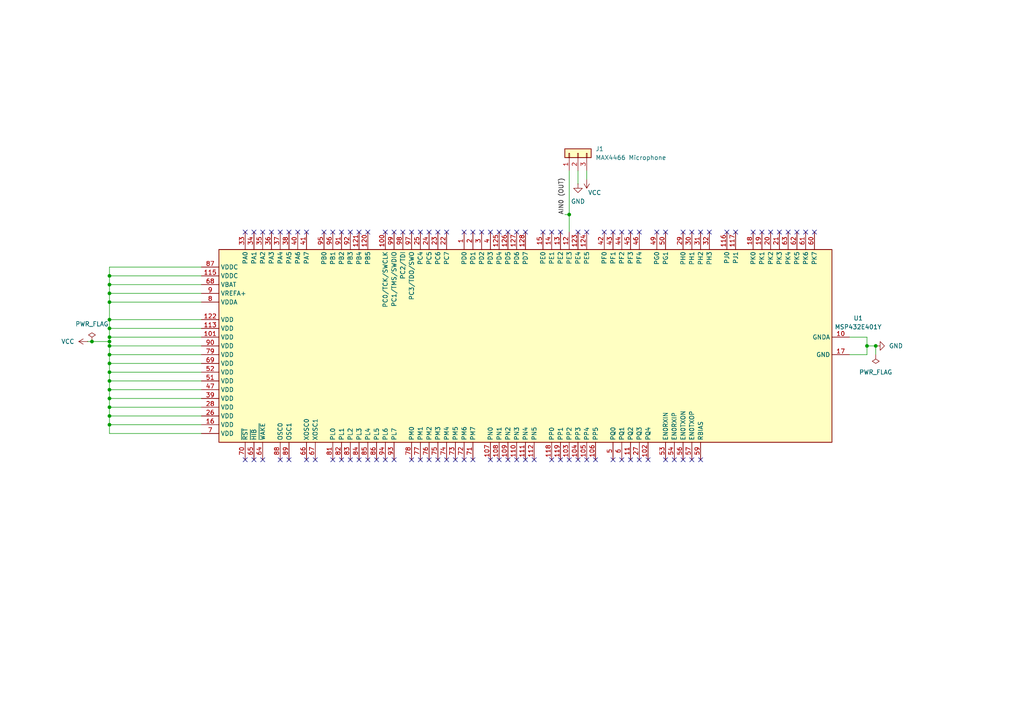
<source format=kicad_sch>
(kicad_sch
	(version 20231120)
	(generator "eeschema")
	(generator_version "8.0")
	(uuid "bd966cca-c7c1-41d1-8ab2-312ea93814c2")
	(paper "A4")
	(lib_symbols
		(symbol "Connector_Generic:Conn_01x03"
			(pin_names
				(offset 1.016) hide)
			(exclude_from_sim no)
			(in_bom yes)
			(on_board yes)
			(property "Reference" "J"
				(at 0 5.08 0)
				(effects
					(font
						(size 1.27 1.27)
					)
				)
			)
			(property "Value" "Conn_01x03"
				(at 0 -5.08 0)
				(effects
					(font
						(size 1.27 1.27)
					)
				)
			)
			(property "Footprint" ""
				(at 0 0 0)
				(effects
					(font
						(size 1.27 1.27)
					)
					(hide yes)
				)
			)
			(property "Datasheet" "~"
				(at 0 0 0)
				(effects
					(font
						(size 1.27 1.27)
					)
					(hide yes)
				)
			)
			(property "Description" "Generic connector, single row, 01x03, script generated (kicad-library-utils/schlib/autogen/connector/)"
				(at 0 0 0)
				(effects
					(font
						(size 1.27 1.27)
					)
					(hide yes)
				)
			)
			(property "ki_keywords" "connector"
				(at 0 0 0)
				(effects
					(font
						(size 1.27 1.27)
					)
					(hide yes)
				)
			)
			(property "ki_fp_filters" "Connector*:*_1x??_*"
				(at 0 0 0)
				(effects
					(font
						(size 1.27 1.27)
					)
					(hide yes)
				)
			)
			(symbol "Conn_01x03_1_1"
				(rectangle
					(start -1.27 -2.413)
					(end 0 -2.667)
					(stroke
						(width 0.1524)
						(type default)
					)
					(fill
						(type none)
					)
				)
				(rectangle
					(start -1.27 0.127)
					(end 0 -0.127)
					(stroke
						(width 0.1524)
						(type default)
					)
					(fill
						(type none)
					)
				)
				(rectangle
					(start -1.27 2.667)
					(end 0 2.413)
					(stroke
						(width 0.1524)
						(type default)
					)
					(fill
						(type none)
					)
				)
				(rectangle
					(start -1.27 3.81)
					(end 1.27 -3.81)
					(stroke
						(width 0.254)
						(type default)
					)
					(fill
						(type background)
					)
				)
				(pin passive line
					(at -5.08 2.54 0)
					(length 3.81)
					(name "Pin_1"
						(effects
							(font
								(size 1.27 1.27)
							)
						)
					)
					(number "1"
						(effects
							(font
								(size 1.27 1.27)
							)
						)
					)
				)
				(pin passive line
					(at -5.08 0 0)
					(length 3.81)
					(name "Pin_2"
						(effects
							(font
								(size 1.27 1.27)
							)
						)
					)
					(number "2"
						(effects
							(font
								(size 1.27 1.27)
							)
						)
					)
				)
				(pin passive line
					(at -5.08 -2.54 0)
					(length 3.81)
					(name "Pin_3"
						(effects
							(font
								(size 1.27 1.27)
							)
						)
					)
					(number "3"
						(effects
							(font
								(size 1.27 1.27)
							)
						)
					)
				)
			)
		)
		(symbol "MCU_Texas:MSP432E401Y"
			(exclude_from_sim no)
			(in_bom yes)
			(on_board yes)
			(property "Reference" "U"
				(at -30.48 90.17 0)
				(effects
					(font
						(size 1.27 1.27)
					)
					(justify left)
				)
			)
			(property "Value" "MSP432E401Y"
				(at 25.4 90.17 0)
				(effects
					(font
						(size 1.27 1.27)
					)
					(justify left)
				)
			)
			(property "Footprint" "Package_QFP:LQFP-128_14x14mm_P0.4mm"
				(at 53.34 -91.44 0)
				(effects
					(font
						(size 1.27 1.27)
					)
					(justify right)
					(hide yes)
				)
			)
			(property "Datasheet" "http://www.ti.com/lit/ds/symlink/msp432e401y.pdf"
				(at -17.78 -45.72 0)
				(effects
					(font
						(size 1.27 1.27)
					)
					(hide yes)
				)
			)
			(property "Description" "ARM Cortex-M4F MCU, 1024KB flash, 256KB RAM, 6KB EEPROM, 120MHz, 3.0-3.6V, TQFP-128"
				(at 0 0 0)
				(effects
					(font
						(size 1.27 1.27)
					)
					(hide yes)
				)
			)
			(property "ki_keywords" "ARM Cortex-M4F MSP432 MSP432E4 MSP432E401"
				(at 0 0 0)
				(effects
					(font
						(size 1.27 1.27)
					)
					(hide yes)
				)
			)
			(property "ki_fp_filters" "LQFP*14x14mm*P0.4mm*"
				(at 0 0 0)
				(effects
					(font
						(size 1.27 1.27)
					)
					(hide yes)
				)
			)
			(symbol "MSP432E401Y_1_1"
				(rectangle
					(start -27.94 -88.9)
					(end 27.94 88.9)
					(stroke
						(width 0.254)
						(type solid)
					)
					(fill
						(type background)
					)
				)
				(pin bidirectional line
					(at 33.02 17.78 180)
					(length 5.08)
					(name "PD0"
						(effects
							(font
								(size 1.27 1.27)
							)
						)
					)
					(number "1"
						(effects
							(font
								(size 1.27 1.27)
							)
						)
					)
				)
				(pin power_in line
					(at 2.54 -93.98 90)
					(length 5.08)
					(name "GNDA"
						(effects
							(font
								(size 1.27 1.27)
							)
						)
					)
					(number "10"
						(effects
							(font
								(size 1.27 1.27)
							)
						)
					)
				)
				(pin bidirectional line
					(at 33.02 40.64 180)
					(length 5.08)
					(name "PC0/TCK/SWCLK"
						(effects
							(font
								(size 1.27 1.27)
							)
						)
					)
					(number "100"
						(effects
							(font
								(size 1.27 1.27)
							)
						)
					)
				)
				(pin power_in line
					(at 2.54 93.98 270)
					(length 5.08)
					(name "VDD"
						(effects
							(font
								(size 1.27 1.27)
							)
						)
					)
					(number "101"
						(effects
							(font
								(size 1.27 1.27)
							)
						)
					)
				)
				(pin bidirectional line
					(at -33.02 -35.56 0)
					(length 5.08)
					(name "PQ4"
						(effects
							(font
								(size 1.27 1.27)
							)
						)
					)
					(number "102"
						(effects
							(font
								(size 1.27 1.27)
							)
						)
					)
				)
				(pin bidirectional line
					(at -33.02 -12.7 0)
					(length 5.08)
					(name "PP2"
						(effects
							(font
								(size 1.27 1.27)
							)
						)
					)
					(number "103"
						(effects
							(font
								(size 1.27 1.27)
							)
						)
					)
				)
				(pin bidirectional line
					(at -33.02 -15.24 0)
					(length 5.08)
					(name "PP3"
						(effects
							(font
								(size 1.27 1.27)
							)
						)
					)
					(number "104"
						(effects
							(font
								(size 1.27 1.27)
							)
						)
					)
				)
				(pin bidirectional line
					(at -33.02 -17.78 0)
					(length 5.08)
					(name "PP4"
						(effects
							(font
								(size 1.27 1.27)
							)
						)
					)
					(number "105"
						(effects
							(font
								(size 1.27 1.27)
							)
						)
					)
				)
				(pin bidirectional line
					(at -33.02 -20.32 0)
					(length 5.08)
					(name "PP5"
						(effects
							(font
								(size 1.27 1.27)
							)
						)
					)
					(number "106"
						(effects
							(font
								(size 1.27 1.27)
							)
						)
					)
				)
				(pin bidirectional line
					(at -33.02 10.16 0)
					(length 5.08)
					(name "PN0"
						(effects
							(font
								(size 1.27 1.27)
							)
						)
					)
					(number "107"
						(effects
							(font
								(size 1.27 1.27)
							)
						)
					)
				)
				(pin bidirectional line
					(at -33.02 7.62 0)
					(length 5.08)
					(name "PN1"
						(effects
							(font
								(size 1.27 1.27)
							)
						)
					)
					(number "108"
						(effects
							(font
								(size 1.27 1.27)
							)
						)
					)
				)
				(pin bidirectional line
					(at -33.02 5.08 0)
					(length 5.08)
					(name "PN2"
						(effects
							(font
								(size 1.27 1.27)
							)
						)
					)
					(number "109"
						(effects
							(font
								(size 1.27 1.27)
							)
						)
					)
				)
				(pin bidirectional line
					(at -33.02 -30.48 0)
					(length 5.08)
					(name "PQ2"
						(effects
							(font
								(size 1.27 1.27)
							)
						)
					)
					(number "11"
						(effects
							(font
								(size 1.27 1.27)
							)
						)
					)
				)
				(pin bidirectional line
					(at -33.02 2.54 0)
					(length 5.08)
					(name "PN3"
						(effects
							(font
								(size 1.27 1.27)
							)
						)
					)
					(number "110"
						(effects
							(font
								(size 1.27 1.27)
							)
						)
					)
				)
				(pin bidirectional line
					(at -33.02 0 0)
					(length 5.08)
					(name "PN4"
						(effects
							(font
								(size 1.27 1.27)
							)
						)
					)
					(number "111"
						(effects
							(font
								(size 1.27 1.27)
							)
						)
					)
				)
				(pin bidirectional line
					(at -33.02 -2.54 0)
					(length 5.08)
					(name "PN5"
						(effects
							(font
								(size 1.27 1.27)
							)
						)
					)
					(number "112"
						(effects
							(font
								(size 1.27 1.27)
							)
						)
					)
				)
				(pin power_in line
					(at 5.08 93.98 270)
					(length 5.08)
					(name "VDD"
						(effects
							(font
								(size 1.27 1.27)
							)
						)
					)
					(number "113"
						(effects
							(font
								(size 1.27 1.27)
							)
						)
					)
				)
				(pin passive line
					(at -2.54 -93.98 90)
					(length 5.08) hide
					(name "GND"
						(effects
							(font
								(size 1.27 1.27)
							)
						)
					)
					(number "114"
						(effects
							(font
								(size 1.27 1.27)
							)
						)
					)
				)
				(pin power_in line
					(at 20.32 93.98 270)
					(length 5.08)
					(name "VDDC"
						(effects
							(font
								(size 1.27 1.27)
							)
						)
					)
					(number "115"
						(effects
							(font
								(size 1.27 1.27)
							)
						)
					)
				)
				(pin bidirectional line
					(at 33.02 -58.42 180)
					(length 5.08)
					(name "PJ0"
						(effects
							(font
								(size 1.27 1.27)
							)
						)
					)
					(number "116"
						(effects
							(font
								(size 1.27 1.27)
							)
						)
					)
				)
				(pin bidirectional line
					(at 33.02 -60.96 180)
					(length 5.08)
					(name "PJ1"
						(effects
							(font
								(size 1.27 1.27)
							)
						)
					)
					(number "117"
						(effects
							(font
								(size 1.27 1.27)
							)
						)
					)
				)
				(pin bidirectional line
					(at -33.02 -7.62 0)
					(length 5.08)
					(name "PP0"
						(effects
							(font
								(size 1.27 1.27)
							)
						)
					)
					(number "118"
						(effects
							(font
								(size 1.27 1.27)
							)
						)
					)
				)
				(pin bidirectional line
					(at -33.02 -10.16 0)
					(length 5.08)
					(name "PP1"
						(effects
							(font
								(size 1.27 1.27)
							)
						)
					)
					(number "119"
						(effects
							(font
								(size 1.27 1.27)
							)
						)
					)
				)
				(pin bidirectional line
					(at 33.02 -12.7 180)
					(length 5.08)
					(name "PE3"
						(effects
							(font
								(size 1.27 1.27)
							)
						)
					)
					(number "12"
						(effects
							(font
								(size 1.27 1.27)
							)
						)
					)
				)
				(pin bidirectional line
					(at 33.02 45.72 180)
					(length 5.08)
					(name "PB5"
						(effects
							(font
								(size 1.27 1.27)
							)
						)
					)
					(number "120"
						(effects
							(font
								(size 1.27 1.27)
							)
						)
					)
				)
				(pin bidirectional line
					(at 33.02 48.26 180)
					(length 5.08)
					(name "PB4"
						(effects
							(font
								(size 1.27 1.27)
							)
						)
					)
					(number "121"
						(effects
							(font
								(size 1.27 1.27)
							)
						)
					)
				)
				(pin power_in line
					(at 7.62 93.98 270)
					(length 5.08)
					(name "VDD"
						(effects
							(font
								(size 1.27 1.27)
							)
						)
					)
					(number "122"
						(effects
							(font
								(size 1.27 1.27)
							)
						)
					)
				)
				(pin bidirectional line
					(at 33.02 -15.24 180)
					(length 5.08)
					(name "PE4"
						(effects
							(font
								(size 1.27 1.27)
							)
						)
					)
					(number "123"
						(effects
							(font
								(size 1.27 1.27)
							)
						)
					)
				)
				(pin bidirectional line
					(at 33.02 -17.78 180)
					(length 5.08)
					(name "PE5"
						(effects
							(font
								(size 1.27 1.27)
							)
						)
					)
					(number "124"
						(effects
							(font
								(size 1.27 1.27)
							)
						)
					)
				)
				(pin bidirectional line
					(at 33.02 7.62 180)
					(length 5.08)
					(name "PD4"
						(effects
							(font
								(size 1.27 1.27)
							)
						)
					)
					(number "125"
						(effects
							(font
								(size 1.27 1.27)
							)
						)
					)
				)
				(pin bidirectional line
					(at 33.02 5.08 180)
					(length 5.08)
					(name "PD5"
						(effects
							(font
								(size 1.27 1.27)
							)
						)
					)
					(number "126"
						(effects
							(font
								(size 1.27 1.27)
							)
						)
					)
				)
				(pin bidirectional line
					(at 33.02 2.54 180)
					(length 5.08)
					(name "PD6"
						(effects
							(font
								(size 1.27 1.27)
							)
						)
					)
					(number "127"
						(effects
							(font
								(size 1.27 1.27)
							)
						)
					)
				)
				(pin bidirectional line
					(at 33.02 0 180)
					(length 5.08)
					(name "PD7"
						(effects
							(font
								(size 1.27 1.27)
							)
						)
					)
					(number "128"
						(effects
							(font
								(size 1.27 1.27)
							)
						)
					)
				)
				(pin bidirectional line
					(at 33.02 -10.16 180)
					(length 5.08)
					(name "PE2"
						(effects
							(font
								(size 1.27 1.27)
							)
						)
					)
					(number "13"
						(effects
							(font
								(size 1.27 1.27)
							)
						)
					)
				)
				(pin bidirectional line
					(at 33.02 -7.62 180)
					(length 5.08)
					(name "PE1"
						(effects
							(font
								(size 1.27 1.27)
							)
						)
					)
					(number "14"
						(effects
							(font
								(size 1.27 1.27)
							)
						)
					)
				)
				(pin bidirectional line
					(at 33.02 -5.08 180)
					(length 5.08)
					(name "PE0"
						(effects
							(font
								(size 1.27 1.27)
							)
						)
					)
					(number "15"
						(effects
							(font
								(size 1.27 1.27)
							)
						)
					)
				)
				(pin power_in line
					(at -22.86 93.98 270)
					(length 5.08)
					(name "VDD"
						(effects
							(font
								(size 1.27 1.27)
							)
						)
					)
					(number "16"
						(effects
							(font
								(size 1.27 1.27)
							)
						)
					)
				)
				(pin power_in line
					(at -2.54 -93.98 90)
					(length 5.08)
					(name "GND"
						(effects
							(font
								(size 1.27 1.27)
							)
						)
					)
					(number "17"
						(effects
							(font
								(size 1.27 1.27)
							)
						)
					)
				)
				(pin bidirectional line
					(at 33.02 -66.04 180)
					(length 5.08)
					(name "PK0"
						(effects
							(font
								(size 1.27 1.27)
							)
						)
					)
					(number "18"
						(effects
							(font
								(size 1.27 1.27)
							)
						)
					)
				)
				(pin bidirectional line
					(at 33.02 -68.58 180)
					(length 5.08)
					(name "PK1"
						(effects
							(font
								(size 1.27 1.27)
							)
						)
					)
					(number "19"
						(effects
							(font
								(size 1.27 1.27)
							)
						)
					)
				)
				(pin bidirectional line
					(at 33.02 15.24 180)
					(length 5.08)
					(name "PD1"
						(effects
							(font
								(size 1.27 1.27)
							)
						)
					)
					(number "2"
						(effects
							(font
								(size 1.27 1.27)
							)
						)
					)
				)
				(pin bidirectional line
					(at 33.02 -71.12 180)
					(length 5.08)
					(name "PK2"
						(effects
							(font
								(size 1.27 1.27)
							)
						)
					)
					(number "20"
						(effects
							(font
								(size 1.27 1.27)
							)
						)
					)
				)
				(pin bidirectional line
					(at 33.02 -73.66 180)
					(length 5.08)
					(name "PK3"
						(effects
							(font
								(size 1.27 1.27)
							)
						)
					)
					(number "21"
						(effects
							(font
								(size 1.27 1.27)
							)
						)
					)
				)
				(pin bidirectional line
					(at 33.02 22.86 180)
					(length 5.08)
					(name "PC7"
						(effects
							(font
								(size 1.27 1.27)
							)
						)
					)
					(number "22"
						(effects
							(font
								(size 1.27 1.27)
							)
						)
					)
				)
				(pin bidirectional line
					(at 33.02 25.4 180)
					(length 5.08)
					(name "PC6"
						(effects
							(font
								(size 1.27 1.27)
							)
						)
					)
					(number "23"
						(effects
							(font
								(size 1.27 1.27)
							)
						)
					)
				)
				(pin bidirectional line
					(at 33.02 27.94 180)
					(length 5.08)
					(name "PC5"
						(effects
							(font
								(size 1.27 1.27)
							)
						)
					)
					(number "24"
						(effects
							(font
								(size 1.27 1.27)
							)
						)
					)
				)
				(pin bidirectional line
					(at 33.02 30.48 180)
					(length 5.08)
					(name "PC4"
						(effects
							(font
								(size 1.27 1.27)
							)
						)
					)
					(number "25"
						(effects
							(font
								(size 1.27 1.27)
							)
						)
					)
				)
				(pin power_in line
					(at -20.32 93.98 270)
					(length 5.08)
					(name "VDD"
						(effects
							(font
								(size 1.27 1.27)
							)
						)
					)
					(number "26"
						(effects
							(font
								(size 1.27 1.27)
							)
						)
					)
				)
				(pin bidirectional line
					(at -33.02 -33.02 0)
					(length 5.08)
					(name "PQ3"
						(effects
							(font
								(size 1.27 1.27)
							)
						)
					)
					(number "27"
						(effects
							(font
								(size 1.27 1.27)
							)
						)
					)
				)
				(pin power_in line
					(at -17.78 93.98 270)
					(length 5.08)
					(name "VDD"
						(effects
							(font
								(size 1.27 1.27)
							)
						)
					)
					(number "28"
						(effects
							(font
								(size 1.27 1.27)
							)
						)
					)
				)
				(pin bidirectional line
					(at 33.02 -45.72 180)
					(length 5.08)
					(name "PH0"
						(effects
							(font
								(size 1.27 1.27)
							)
						)
					)
					(number "29"
						(effects
							(font
								(size 1.27 1.27)
							)
						)
					)
				)
				(pin bidirectional line
					(at 33.02 12.7 180)
					(length 5.08)
					(name "PD2"
						(effects
							(font
								(size 1.27 1.27)
							)
						)
					)
					(number "3"
						(effects
							(font
								(size 1.27 1.27)
							)
						)
					)
				)
				(pin bidirectional line
					(at 33.02 -48.26 180)
					(length 5.08)
					(name "PH1"
						(effects
							(font
								(size 1.27 1.27)
							)
						)
					)
					(number "30"
						(effects
							(font
								(size 1.27 1.27)
							)
						)
					)
				)
				(pin bidirectional line
					(at 33.02 -50.8 180)
					(length 5.08)
					(name "PH2"
						(effects
							(font
								(size 1.27 1.27)
							)
						)
					)
					(number "31"
						(effects
							(font
								(size 1.27 1.27)
							)
						)
					)
				)
				(pin bidirectional line
					(at 33.02 -53.34 180)
					(length 5.08)
					(name "PH3"
						(effects
							(font
								(size 1.27 1.27)
							)
						)
					)
					(number "32"
						(effects
							(font
								(size 1.27 1.27)
							)
						)
					)
				)
				(pin bidirectional line
					(at 33.02 81.28 180)
					(length 5.08)
					(name "PA0"
						(effects
							(font
								(size 1.27 1.27)
							)
						)
					)
					(number "33"
						(effects
							(font
								(size 1.27 1.27)
							)
						)
					)
				)
				(pin bidirectional line
					(at 33.02 78.74 180)
					(length 5.08)
					(name "PA1"
						(effects
							(font
								(size 1.27 1.27)
							)
						)
					)
					(number "34"
						(effects
							(font
								(size 1.27 1.27)
							)
						)
					)
				)
				(pin bidirectional line
					(at 33.02 76.2 180)
					(length 5.08)
					(name "PA2"
						(effects
							(font
								(size 1.27 1.27)
							)
						)
					)
					(number "35"
						(effects
							(font
								(size 1.27 1.27)
							)
						)
					)
				)
				(pin bidirectional line
					(at 33.02 73.66 180)
					(length 5.08)
					(name "PA3"
						(effects
							(font
								(size 1.27 1.27)
							)
						)
					)
					(number "36"
						(effects
							(font
								(size 1.27 1.27)
							)
						)
					)
				)
				(pin bidirectional line
					(at 33.02 71.12 180)
					(length 5.08)
					(name "PA4"
						(effects
							(font
								(size 1.27 1.27)
							)
						)
					)
					(number "37"
						(effects
							(font
								(size 1.27 1.27)
							)
						)
					)
				)
				(pin bidirectional line
					(at 33.02 68.58 180)
					(length 5.08)
					(name "PA5"
						(effects
							(font
								(size 1.27 1.27)
							)
						)
					)
					(number "38"
						(effects
							(font
								(size 1.27 1.27)
							)
						)
					)
				)
				(pin power_in line
					(at -15.24 93.98 270)
					(length 5.08)
					(name "VDD"
						(effects
							(font
								(size 1.27 1.27)
							)
						)
					)
					(number "39"
						(effects
							(font
								(size 1.27 1.27)
							)
						)
					)
				)
				(pin bidirectional line
					(at 33.02 10.16 180)
					(length 5.08)
					(name "PD3"
						(effects
							(font
								(size 1.27 1.27)
							)
						)
					)
					(number "4"
						(effects
							(font
								(size 1.27 1.27)
							)
						)
					)
				)
				(pin bidirectional line
					(at 33.02 66.04 180)
					(length 5.08)
					(name "PA6"
						(effects
							(font
								(size 1.27 1.27)
							)
						)
					)
					(number "40"
						(effects
							(font
								(size 1.27 1.27)
							)
						)
					)
				)
				(pin bidirectional line
					(at 33.02 63.5 180)
					(length 5.08)
					(name "PA7"
						(effects
							(font
								(size 1.27 1.27)
							)
						)
					)
					(number "41"
						(effects
							(font
								(size 1.27 1.27)
							)
						)
					)
				)
				(pin bidirectional line
					(at 33.02 -22.86 180)
					(length 5.08)
					(name "PF0"
						(effects
							(font
								(size 1.27 1.27)
							)
						)
					)
					(number "42"
						(effects
							(font
								(size 1.27 1.27)
							)
						)
					)
				)
				(pin bidirectional line
					(at 33.02 -25.4 180)
					(length 5.08)
					(name "PF1"
						(effects
							(font
								(size 1.27 1.27)
							)
						)
					)
					(number "43"
						(effects
							(font
								(size 1.27 1.27)
							)
						)
					)
				)
				(pin bidirectional line
					(at 33.02 -27.94 180)
					(length 5.08)
					(name "PF2"
						(effects
							(font
								(size 1.27 1.27)
							)
						)
					)
					(number "44"
						(effects
							(font
								(size 1.27 1.27)
							)
						)
					)
				)
				(pin bidirectional line
					(at 33.02 -30.48 180)
					(length 5.08)
					(name "PF3"
						(effects
							(font
								(size 1.27 1.27)
							)
						)
					)
					(number "45"
						(effects
							(font
								(size 1.27 1.27)
							)
						)
					)
				)
				(pin bidirectional line
					(at 33.02 -33.02 180)
					(length 5.08)
					(name "PF4"
						(effects
							(font
								(size 1.27 1.27)
							)
						)
					)
					(number "46"
						(effects
							(font
								(size 1.27 1.27)
							)
						)
					)
				)
				(pin power_in line
					(at -12.7 93.98 270)
					(length 5.08)
					(name "VDD"
						(effects
							(font
								(size 1.27 1.27)
							)
						)
					)
					(number "47"
						(effects
							(font
								(size 1.27 1.27)
							)
						)
					)
				)
				(pin passive line
					(at -2.54 -93.98 90)
					(length 5.08) hide
					(name "GND"
						(effects
							(font
								(size 1.27 1.27)
							)
						)
					)
					(number "48"
						(effects
							(font
								(size 1.27 1.27)
							)
						)
					)
				)
				(pin bidirectional line
					(at 33.02 -38.1 180)
					(length 5.08)
					(name "PG0"
						(effects
							(font
								(size 1.27 1.27)
							)
						)
					)
					(number "49"
						(effects
							(font
								(size 1.27 1.27)
							)
						)
					)
				)
				(pin bidirectional line
					(at -33.02 -25.4 0)
					(length 5.08)
					(name "PQ0"
						(effects
							(font
								(size 1.27 1.27)
							)
						)
					)
					(number "5"
						(effects
							(font
								(size 1.27 1.27)
							)
						)
					)
				)
				(pin bidirectional line
					(at 33.02 -40.64 180)
					(length 5.08)
					(name "PG1"
						(effects
							(font
								(size 1.27 1.27)
							)
						)
					)
					(number "50"
						(effects
							(font
								(size 1.27 1.27)
							)
						)
					)
				)
				(pin power_in line
					(at -10.16 93.98 270)
					(length 5.08)
					(name "VDD"
						(effects
							(font
								(size 1.27 1.27)
							)
						)
					)
					(number "51"
						(effects
							(font
								(size 1.27 1.27)
							)
						)
					)
				)
				(pin power_in line
					(at -7.62 93.98 270)
					(length 5.08)
					(name "VDD"
						(effects
							(font
								(size 1.27 1.27)
							)
						)
					)
					(number "52"
						(effects
							(font
								(size 1.27 1.27)
							)
						)
					)
				)
				(pin bidirectional line
					(at -33.02 -40.64 0)
					(length 5.08)
					(name "EN0RXIN"
						(effects
							(font
								(size 1.27 1.27)
							)
						)
					)
					(number "53"
						(effects
							(font
								(size 1.27 1.27)
							)
						)
					)
				)
				(pin bidirectional line
					(at -33.02 -43.18 0)
					(length 5.08)
					(name "EN0RXIP"
						(effects
							(font
								(size 1.27 1.27)
							)
						)
					)
					(number "54"
						(effects
							(font
								(size 1.27 1.27)
							)
						)
					)
				)
				(pin passive line
					(at -2.54 -93.98 90)
					(length 5.08) hide
					(name "GND"
						(effects
							(font
								(size 1.27 1.27)
							)
						)
					)
					(number "55"
						(effects
							(font
								(size 1.27 1.27)
							)
						)
					)
				)
				(pin bidirectional line
					(at -33.02 -45.72 0)
					(length 5.08)
					(name "EN0TXON"
						(effects
							(font
								(size 1.27 1.27)
							)
						)
					)
					(number "56"
						(effects
							(font
								(size 1.27 1.27)
							)
						)
					)
				)
				(pin bidirectional line
					(at -33.02 -48.26 0)
					(length 5.08)
					(name "EN0TXOP"
						(effects
							(font
								(size 1.27 1.27)
							)
						)
					)
					(number "57"
						(effects
							(font
								(size 1.27 1.27)
							)
						)
					)
				)
				(pin passive line
					(at -2.54 -93.98 90)
					(length 5.08) hide
					(name "GND"
						(effects
							(font
								(size 1.27 1.27)
							)
						)
					)
					(number "58"
						(effects
							(font
								(size 1.27 1.27)
							)
						)
					)
				)
				(pin passive line
					(at -33.02 -50.8 0)
					(length 5.08)
					(name "RBIAS"
						(effects
							(font
								(size 1.27 1.27)
							)
						)
					)
					(number "59"
						(effects
							(font
								(size 1.27 1.27)
							)
						)
					)
				)
				(pin bidirectional line
					(at -33.02 -27.94 0)
					(length 5.08)
					(name "PQ1"
						(effects
							(font
								(size 1.27 1.27)
							)
						)
					)
					(number "6"
						(effects
							(font
								(size 1.27 1.27)
							)
						)
					)
				)
				(pin bidirectional line
					(at 33.02 -83.82 180)
					(length 5.08)
					(name "PK7"
						(effects
							(font
								(size 1.27 1.27)
							)
						)
					)
					(number "60"
						(effects
							(font
								(size 1.27 1.27)
							)
						)
					)
				)
				(pin bidirectional line
					(at 33.02 -81.28 180)
					(length 5.08)
					(name "PK6"
						(effects
							(font
								(size 1.27 1.27)
							)
						)
					)
					(number "61"
						(effects
							(font
								(size 1.27 1.27)
							)
						)
					)
				)
				(pin bidirectional line
					(at 33.02 -78.74 180)
					(length 5.08)
					(name "PK5"
						(effects
							(font
								(size 1.27 1.27)
							)
						)
					)
					(number "62"
						(effects
							(font
								(size 1.27 1.27)
							)
						)
					)
				)
				(pin bidirectional line
					(at 33.02 -76.2 180)
					(length 5.08)
					(name "PK4"
						(effects
							(font
								(size 1.27 1.27)
							)
						)
					)
					(number "63"
						(effects
							(font
								(size 1.27 1.27)
							)
						)
					)
				)
				(pin input line
					(at -33.02 76.2 0)
					(length 5.08)
					(name "~{WAKE}"
						(effects
							(font
								(size 1.27 1.27)
							)
						)
					)
					(number "64"
						(effects
							(font
								(size 1.27 1.27)
							)
						)
					)
				)
				(pin output line
					(at -33.02 78.74 0)
					(length 5.08)
					(name "~{HIB}"
						(effects
							(font
								(size 1.27 1.27)
							)
						)
					)
					(number "65"
						(effects
							(font
								(size 1.27 1.27)
							)
						)
					)
				)
				(pin input line
					(at -33.02 63.5 0)
					(length 5.08)
					(name "XOSC0"
						(effects
							(font
								(size 1.27 1.27)
							)
						)
					)
					(number "66"
						(effects
							(font
								(size 1.27 1.27)
							)
						)
					)
				)
				(pin output line
					(at -33.02 60.96 0)
					(length 5.08)
					(name "XOSC1"
						(effects
							(font
								(size 1.27 1.27)
							)
						)
					)
					(number "67"
						(effects
							(font
								(size 1.27 1.27)
							)
						)
					)
				)
				(pin power_in line
					(at 17.78 93.98 270)
					(length 5.08)
					(name "VBAT"
						(effects
							(font
								(size 1.27 1.27)
							)
						)
					)
					(number "68"
						(effects
							(font
								(size 1.27 1.27)
							)
						)
					)
				)
				(pin power_in line
					(at -5.08 93.98 270)
					(length 5.08)
					(name "VDD"
						(effects
							(font
								(size 1.27 1.27)
							)
						)
					)
					(number "69"
						(effects
							(font
								(size 1.27 1.27)
							)
						)
					)
				)
				(pin power_in line
					(at -25.4 93.98 270)
					(length 5.08)
					(name "VDD"
						(effects
							(font
								(size 1.27 1.27)
							)
						)
					)
					(number "7"
						(effects
							(font
								(size 1.27 1.27)
							)
						)
					)
				)
				(pin input line
					(at -33.02 81.28 0)
					(length 5.08)
					(name "~{RST}"
						(effects
							(font
								(size 1.27 1.27)
							)
						)
					)
					(number "70"
						(effects
							(font
								(size 1.27 1.27)
							)
						)
					)
				)
				(pin bidirectional line
					(at -33.02 15.24 0)
					(length 5.08)
					(name "PM7"
						(effects
							(font
								(size 1.27 1.27)
							)
						)
					)
					(number "71"
						(effects
							(font
								(size 1.27 1.27)
							)
						)
					)
				)
				(pin bidirectional line
					(at -33.02 17.78 0)
					(length 5.08)
					(name "PM6"
						(effects
							(font
								(size 1.27 1.27)
							)
						)
					)
					(number "72"
						(effects
							(font
								(size 1.27 1.27)
							)
						)
					)
				)
				(pin bidirectional line
					(at -33.02 20.32 0)
					(length 5.08)
					(name "PM5"
						(effects
							(font
								(size 1.27 1.27)
							)
						)
					)
					(number "73"
						(effects
							(font
								(size 1.27 1.27)
							)
						)
					)
				)
				(pin bidirectional line
					(at -33.02 22.86 0)
					(length 5.08)
					(name "PM4"
						(effects
							(font
								(size 1.27 1.27)
							)
						)
					)
					(number "74"
						(effects
							(font
								(size 1.27 1.27)
							)
						)
					)
				)
				(pin bidirectional line
					(at -33.02 25.4 0)
					(length 5.08)
					(name "PM3"
						(effects
							(font
								(size 1.27 1.27)
							)
						)
					)
					(number "75"
						(effects
							(font
								(size 1.27 1.27)
							)
						)
					)
				)
				(pin bidirectional line
					(at -33.02 27.94 0)
					(length 5.08)
					(name "PM2"
						(effects
							(font
								(size 1.27 1.27)
							)
						)
					)
					(number "76"
						(effects
							(font
								(size 1.27 1.27)
							)
						)
					)
				)
				(pin bidirectional line
					(at -33.02 30.48 0)
					(length 5.08)
					(name "PM1"
						(effects
							(font
								(size 1.27 1.27)
							)
						)
					)
					(number "77"
						(effects
							(font
								(size 1.27 1.27)
							)
						)
					)
				)
				(pin bidirectional line
					(at -33.02 33.02 0)
					(length 5.08)
					(name "PM0"
						(effects
							(font
								(size 1.27 1.27)
							)
						)
					)
					(number "78"
						(effects
							(font
								(size 1.27 1.27)
							)
						)
					)
				)
				(pin power_in line
					(at -2.54 93.98 270)
					(length 5.08)
					(name "VDD"
						(effects
							(font
								(size 1.27 1.27)
							)
						)
					)
					(number "79"
						(effects
							(font
								(size 1.27 1.27)
							)
						)
					)
				)
				(pin power_in line
					(at 12.7 93.98 270)
					(length 5.08)
					(name "VDDA"
						(effects
							(font
								(size 1.27 1.27)
							)
						)
					)
					(number "8"
						(effects
							(font
								(size 1.27 1.27)
							)
						)
					)
				)
				(pin passive line
					(at -2.54 -93.98 90)
					(length 5.08) hide
					(name "GND"
						(effects
							(font
								(size 1.27 1.27)
							)
						)
					)
					(number "80"
						(effects
							(font
								(size 1.27 1.27)
							)
						)
					)
				)
				(pin bidirectional line
					(at -33.02 55.88 0)
					(length 5.08)
					(name "PL0"
						(effects
							(font
								(size 1.27 1.27)
							)
						)
					)
					(number "81"
						(effects
							(font
								(size 1.27 1.27)
							)
						)
					)
				)
				(pin bidirectional line
					(at -33.02 53.34 0)
					(length 5.08)
					(name "PL1"
						(effects
							(font
								(size 1.27 1.27)
							)
						)
					)
					(number "82"
						(effects
							(font
								(size 1.27 1.27)
							)
						)
					)
				)
				(pin bidirectional line
					(at -33.02 50.8 0)
					(length 5.08)
					(name "PL2"
						(effects
							(font
								(size 1.27 1.27)
							)
						)
					)
					(number "83"
						(effects
							(font
								(size 1.27 1.27)
							)
						)
					)
				)
				(pin bidirectional line
					(at -33.02 48.26 0)
					(length 5.08)
					(name "PL3"
						(effects
							(font
								(size 1.27 1.27)
							)
						)
					)
					(number "84"
						(effects
							(font
								(size 1.27 1.27)
							)
						)
					)
				)
				(pin bidirectional line
					(at -33.02 45.72 0)
					(length 5.08)
					(name "PL4"
						(effects
							(font
								(size 1.27 1.27)
							)
						)
					)
					(number "85"
						(effects
							(font
								(size 1.27 1.27)
							)
						)
					)
				)
				(pin bidirectional line
					(at -33.02 43.18 0)
					(length 5.08)
					(name "PL5"
						(effects
							(font
								(size 1.27 1.27)
							)
						)
					)
					(number "86"
						(effects
							(font
								(size 1.27 1.27)
							)
						)
					)
				)
				(pin power_in line
					(at 22.86 93.98 270)
					(length 5.08)
					(name "VDDC"
						(effects
							(font
								(size 1.27 1.27)
							)
						)
					)
					(number "87"
						(effects
							(font
								(size 1.27 1.27)
							)
						)
					)
				)
				(pin input line
					(at -33.02 71.12 0)
					(length 5.08)
					(name "OSC0"
						(effects
							(font
								(size 1.27 1.27)
							)
						)
					)
					(number "88"
						(effects
							(font
								(size 1.27 1.27)
							)
						)
					)
				)
				(pin output line
					(at -33.02 68.58 0)
					(length 5.08)
					(name "OSC1"
						(effects
							(font
								(size 1.27 1.27)
							)
						)
					)
					(number "89"
						(effects
							(font
								(size 1.27 1.27)
							)
						)
					)
				)
				(pin power_in line
					(at 15.24 93.98 270)
					(length 5.08)
					(name "VREFA+"
						(effects
							(font
								(size 1.27 1.27)
							)
						)
					)
					(number "9"
						(effects
							(font
								(size 1.27 1.27)
							)
						)
					)
				)
				(pin power_in line
					(at 0 93.98 270)
					(length 5.08)
					(name "VDD"
						(effects
							(font
								(size 1.27 1.27)
							)
						)
					)
					(number "90"
						(effects
							(font
								(size 1.27 1.27)
							)
						)
					)
				)
				(pin bidirectional line
					(at 33.02 53.34 180)
					(length 5.08)
					(name "PB2"
						(effects
							(font
								(size 1.27 1.27)
							)
						)
					)
					(number "91"
						(effects
							(font
								(size 1.27 1.27)
							)
						)
					)
				)
				(pin bidirectional line
					(at 33.02 50.8 180)
					(length 5.08)
					(name "PB3"
						(effects
							(font
								(size 1.27 1.27)
							)
						)
					)
					(number "92"
						(effects
							(font
								(size 1.27 1.27)
							)
						)
					)
				)
				(pin bidirectional line
					(at -33.02 38.1 0)
					(length 5.08)
					(name "PL7"
						(effects
							(font
								(size 1.27 1.27)
							)
						)
					)
					(number "93"
						(effects
							(font
								(size 1.27 1.27)
							)
						)
					)
				)
				(pin bidirectional line
					(at -33.02 40.64 0)
					(length 5.08)
					(name "PL6"
						(effects
							(font
								(size 1.27 1.27)
							)
						)
					)
					(number "94"
						(effects
							(font
								(size 1.27 1.27)
							)
						)
					)
				)
				(pin bidirectional line
					(at 33.02 58.42 180)
					(length 5.08)
					(name "PB0"
						(effects
							(font
								(size 1.27 1.27)
							)
						)
					)
					(number "95"
						(effects
							(font
								(size 1.27 1.27)
							)
						)
					)
				)
				(pin bidirectional line
					(at 33.02 55.88 180)
					(length 5.08)
					(name "PB1"
						(effects
							(font
								(size 1.27 1.27)
							)
						)
					)
					(number "96"
						(effects
							(font
								(size 1.27 1.27)
							)
						)
					)
				)
				(pin bidirectional line
					(at 33.02 33.02 180)
					(length 5.08)
					(name "PC3/TDO/SWO"
						(effects
							(font
								(size 1.27 1.27)
							)
						)
					)
					(number "97"
						(effects
							(font
								(size 1.27 1.27)
							)
						)
					)
				)
				(pin bidirectional line
					(at 33.02 35.56 180)
					(length 5.08)
					(name "PC2/TDI"
						(effects
							(font
								(size 1.27 1.27)
							)
						)
					)
					(number "98"
						(effects
							(font
								(size 1.27 1.27)
							)
						)
					)
				)
				(pin bidirectional line
					(at 33.02 38.1 180)
					(length 5.08)
					(name "PC1/TMS/SWDIO"
						(effects
							(font
								(size 1.27 1.27)
							)
						)
					)
					(number "99"
						(effects
							(font
								(size 1.27 1.27)
							)
						)
					)
				)
			)
		)
		(symbol "power:GND"
			(power)
			(pin_numbers hide)
			(pin_names
				(offset 0) hide)
			(exclude_from_sim no)
			(in_bom yes)
			(on_board yes)
			(property "Reference" "#PWR"
				(at 0 -6.35 0)
				(effects
					(font
						(size 1.27 1.27)
					)
					(hide yes)
				)
			)
			(property "Value" "GND"
				(at 0 -3.81 0)
				(effects
					(font
						(size 1.27 1.27)
					)
				)
			)
			(property "Footprint" ""
				(at 0 0 0)
				(effects
					(font
						(size 1.27 1.27)
					)
					(hide yes)
				)
			)
			(property "Datasheet" ""
				(at 0 0 0)
				(effects
					(font
						(size 1.27 1.27)
					)
					(hide yes)
				)
			)
			(property "Description" "Power symbol creates a global label with name \"GND\" , ground"
				(at 0 0 0)
				(effects
					(font
						(size 1.27 1.27)
					)
					(hide yes)
				)
			)
			(property "ki_keywords" "global power"
				(at 0 0 0)
				(effects
					(font
						(size 1.27 1.27)
					)
					(hide yes)
				)
			)
			(symbol "GND_0_1"
				(polyline
					(pts
						(xy 0 0) (xy 0 -1.27) (xy 1.27 -1.27) (xy 0 -2.54) (xy -1.27 -1.27) (xy 0 -1.27)
					)
					(stroke
						(width 0)
						(type default)
					)
					(fill
						(type none)
					)
				)
			)
			(symbol "GND_1_1"
				(pin power_in line
					(at 0 0 270)
					(length 0)
					(name "~"
						(effects
							(font
								(size 1.27 1.27)
							)
						)
					)
					(number "1"
						(effects
							(font
								(size 1.27 1.27)
							)
						)
					)
				)
			)
		)
		(symbol "power:PWR_FLAG"
			(power)
			(pin_numbers hide)
			(pin_names
				(offset 0) hide)
			(exclude_from_sim no)
			(in_bom yes)
			(on_board yes)
			(property "Reference" "#FLG"
				(at 0 1.905 0)
				(effects
					(font
						(size 1.27 1.27)
					)
					(hide yes)
				)
			)
			(property "Value" "PWR_FLAG"
				(at 0 3.81 0)
				(effects
					(font
						(size 1.27 1.27)
					)
				)
			)
			(property "Footprint" ""
				(at 0 0 0)
				(effects
					(font
						(size 1.27 1.27)
					)
					(hide yes)
				)
			)
			(property "Datasheet" "~"
				(at 0 0 0)
				(effects
					(font
						(size 1.27 1.27)
					)
					(hide yes)
				)
			)
			(property "Description" "Special symbol for telling ERC where power comes from"
				(at 0 0 0)
				(effects
					(font
						(size 1.27 1.27)
					)
					(hide yes)
				)
			)
			(property "ki_keywords" "flag power"
				(at 0 0 0)
				(effects
					(font
						(size 1.27 1.27)
					)
					(hide yes)
				)
			)
			(symbol "PWR_FLAG_0_0"
				(pin power_out line
					(at 0 0 90)
					(length 0)
					(name "~"
						(effects
							(font
								(size 1.27 1.27)
							)
						)
					)
					(number "1"
						(effects
							(font
								(size 1.27 1.27)
							)
						)
					)
				)
			)
			(symbol "PWR_FLAG_0_1"
				(polyline
					(pts
						(xy 0 0) (xy 0 1.27) (xy -1.016 1.905) (xy 0 2.54) (xy 1.016 1.905) (xy 0 1.27)
					)
					(stroke
						(width 0)
						(type default)
					)
					(fill
						(type none)
					)
				)
			)
		)
		(symbol "power:VCC"
			(power)
			(pin_numbers hide)
			(pin_names
				(offset 0) hide)
			(exclude_from_sim no)
			(in_bom yes)
			(on_board yes)
			(property "Reference" "#PWR"
				(at 0 -3.81 0)
				(effects
					(font
						(size 1.27 1.27)
					)
					(hide yes)
				)
			)
			(property "Value" "VCC"
				(at 0 3.556 0)
				(effects
					(font
						(size 1.27 1.27)
					)
				)
			)
			(property "Footprint" ""
				(at 0 0 0)
				(effects
					(font
						(size 1.27 1.27)
					)
					(hide yes)
				)
			)
			(property "Datasheet" ""
				(at 0 0 0)
				(effects
					(font
						(size 1.27 1.27)
					)
					(hide yes)
				)
			)
			(property "Description" "Power symbol creates a global label with name \"VCC\""
				(at 0 0 0)
				(effects
					(font
						(size 1.27 1.27)
					)
					(hide yes)
				)
			)
			(property "ki_keywords" "global power"
				(at 0 0 0)
				(effects
					(font
						(size 1.27 1.27)
					)
					(hide yes)
				)
			)
			(symbol "VCC_0_1"
				(polyline
					(pts
						(xy -0.762 1.27) (xy 0 2.54)
					)
					(stroke
						(width 0)
						(type default)
					)
					(fill
						(type none)
					)
				)
				(polyline
					(pts
						(xy 0 0) (xy 0 2.54)
					)
					(stroke
						(width 0)
						(type default)
					)
					(fill
						(type none)
					)
				)
				(polyline
					(pts
						(xy 0 2.54) (xy 0.762 1.27)
					)
					(stroke
						(width 0)
						(type default)
					)
					(fill
						(type none)
					)
				)
			)
			(symbol "VCC_1_1"
				(pin power_in line
					(at 0 0 90)
					(length 0)
					(name "~"
						(effects
							(font
								(size 1.27 1.27)
							)
						)
					)
					(number "1"
						(effects
							(font
								(size 1.27 1.27)
							)
						)
					)
				)
			)
		)
	)
	(junction
		(at 31.75 87.63)
		(diameter 0)
		(color 0 0 0 0)
		(uuid "0f851ad0-7185-4ed8-9c85-cda98081f342")
	)
	(junction
		(at 31.75 120.65)
		(diameter 0)
		(color 0 0 0 0)
		(uuid "115c718d-7c0f-4aa4-9e3d-910ce3d37e95")
	)
	(junction
		(at 31.75 107.95)
		(diameter 0)
		(color 0 0 0 0)
		(uuid "117a1944-39d6-4456-b7ec-af0ce68548d3")
	)
	(junction
		(at 31.75 118.11)
		(diameter 0)
		(color 0 0 0 0)
		(uuid "1d6d1e49-6da5-44c7-8bd2-8e44178d80d1")
	)
	(junction
		(at 31.75 97.79)
		(diameter 0)
		(color 0 0 0 0)
		(uuid "2354b5be-b8e0-4ae4-9f3e-bc9097924030")
	)
	(junction
		(at 31.75 123.19)
		(diameter 0)
		(color 0 0 0 0)
		(uuid "536cf1cd-b1e6-4432-a713-7d9235b66c49")
	)
	(junction
		(at 31.75 85.09)
		(diameter 0)
		(color 0 0 0 0)
		(uuid "658352b8-30b8-4dd9-b449-3e643538e5d2")
	)
	(junction
		(at 26.67 99.06)
		(diameter 0)
		(color 0 0 0 0)
		(uuid "688a8655-f790-4f87-9408-608cb612a011")
	)
	(junction
		(at 31.75 99.06)
		(diameter 0)
		(color 0 0 0 0)
		(uuid "6d36a4a3-cafc-4d08-811d-767b0ce7f63c")
	)
	(junction
		(at 31.75 105.41)
		(diameter 0)
		(color 0 0 0 0)
		(uuid "6f1fe1b0-2414-4ac0-ab22-664147176c94")
	)
	(junction
		(at 251.46 100.33)
		(diameter 0)
		(color 0 0 0 0)
		(uuid "743dc321-1090-4f39-ab67-fe410dabdc50")
	)
	(junction
		(at 31.75 102.87)
		(diameter 0)
		(color 0 0 0 0)
		(uuid "7c8f6527-147e-4450-a5a5-023288e1a12d")
	)
	(junction
		(at 31.75 95.25)
		(diameter 0)
		(color 0 0 0 0)
		(uuid "898d9e61-2d5e-4ae9-a3a0-031f854dea6c")
	)
	(junction
		(at 165.1 62.23)
		(diameter 0)
		(color 0 0 0 0)
		(uuid "8a88ce9f-0740-4f32-824e-9411e8885454")
	)
	(junction
		(at 31.75 80.01)
		(diameter 0)
		(color 0 0 0 0)
		(uuid "8a952b84-5e65-4fa8-b569-0a5518ab84be")
	)
	(junction
		(at 31.75 115.57)
		(diameter 0)
		(color 0 0 0 0)
		(uuid "9d244a02-4688-4442-86c4-c6b8503d00da")
	)
	(junction
		(at 31.75 110.49)
		(diameter 0)
		(color 0 0 0 0)
		(uuid "ab13143f-b90e-43a7-a0da-88b5fb32be93")
	)
	(junction
		(at 31.75 92.71)
		(diameter 0)
		(color 0 0 0 0)
		(uuid "aef7e857-9181-47fe-a8c3-a630f2c221c0")
	)
	(junction
		(at 254 100.33)
		(diameter 0)
		(color 0 0 0 0)
		(uuid "f12b14c9-aba7-408b-ac1b-872e424d1986")
	)
	(junction
		(at 31.75 100.33)
		(diameter 0)
		(color 0 0 0 0)
		(uuid "f6833cc3-948c-450a-b815-16ad83cac790")
	)
	(junction
		(at 31.75 113.03)
		(diameter 0)
		(color 0 0 0 0)
		(uuid "fdf6084e-301a-42d1-8953-006bcafafe59")
	)
	(junction
		(at 31.75 82.55)
		(diameter 0)
		(color 0 0 0 0)
		(uuid "fe070492-ce80-47d4-a5e5-d91a87bb9e8d")
	)
	(no_connect
		(at 218.44 67.31)
		(uuid "01efefdf-8293-4624-8f9b-f7c8d85183ee")
	)
	(no_connect
		(at 154.94 133.35)
		(uuid "04b0b4f8-1143-454b-ad83-da545e67cb21")
	)
	(no_connect
		(at 139.7 67.31)
		(uuid "064030a8-f9fb-415f-9eda-8f455c4dcb64")
	)
	(no_connect
		(at 149.86 67.31)
		(uuid "0664ebba-644a-444b-bf64-a3736a19c355")
	)
	(no_connect
		(at 99.06 67.31)
		(uuid "10c8c1c5-bab6-4392-a2ae-073b69f4829a")
	)
	(no_connect
		(at 78.74 67.31)
		(uuid "1124e79b-62b2-4a5c-a5c3-dac56c9f9c99")
	)
	(no_connect
		(at 99.06 133.35)
		(uuid "13cb93bd-24fe-459e-8061-348e0f775c77")
	)
	(no_connect
		(at 124.46 133.35)
		(uuid "172a4596-2a55-4e0b-928d-2d025a473237")
	)
	(no_connect
		(at 167.64 133.35)
		(uuid "1cfd38c8-63b7-4d1d-bf06-538da9a941aa")
	)
	(no_connect
		(at 88.9 133.35)
		(uuid "1da12596-595d-420e-9c82-4cd6556fc2e0")
	)
	(no_connect
		(at 93.98 67.31)
		(uuid "1ea5691d-f1a8-4046-a1eb-735c0c1a107f")
	)
	(no_connect
		(at 160.02 133.35)
		(uuid "281613db-105c-4747-89d2-1af94fc04a78")
	)
	(no_connect
		(at 81.28 133.35)
		(uuid "284dbf4c-f753-46b9-985d-ed5fe9e151ee")
	)
	(no_connect
		(at 101.6 67.31)
		(uuid "2f9272d2-5268-4ace-9a69-e6ae2ed29b15")
	)
	(no_connect
		(at 76.2 67.31)
		(uuid "30bd682d-9057-405a-af2b-b9539b15e6c3")
	)
	(no_connect
		(at 144.78 67.31)
		(uuid "32adc3cf-3c2e-4f2b-a95f-d92d18bf1de6")
	)
	(no_connect
		(at 114.3 67.31)
		(uuid "32e70abb-3146-4533-8a4e-e36b2b961c32")
	)
	(no_connect
		(at 109.22 133.35)
		(uuid "3307b90a-02b1-4554-9925-ed7540d54636")
	)
	(no_connect
		(at 210.82 67.31)
		(uuid "35c511cc-10a3-4a5f-b1f7-e127790dd230")
	)
	(no_connect
		(at 167.64 67.31)
		(uuid "35f1d79a-50b4-4972-83ad-57bebc1b0b58")
	)
	(no_connect
		(at 160.02 67.31)
		(uuid "3891bcae-c163-42a9-b806-96affd5d0fde")
	)
	(no_connect
		(at 213.36 67.31)
		(uuid "3a24d57f-eed4-41b9-a496-fc95e905f4ed")
	)
	(no_connect
		(at 162.56 67.31)
		(uuid "3cfbcdcd-1061-437d-a3ef-20cb8dd69d3c")
	)
	(no_connect
		(at 134.62 133.35)
		(uuid "3f093160-6163-4032-bf61-5548b6665dc8")
	)
	(no_connect
		(at 116.84 67.31)
		(uuid "45248ed6-a6fc-4557-b17c-113008be8b9e")
	)
	(no_connect
		(at 200.66 67.31)
		(uuid "4595b25d-26ef-4f4a-8879-2d5b44801495")
	)
	(no_connect
		(at 124.46 67.31)
		(uuid "4db11490-90eb-4994-81c4-ea8cc85242a9")
	)
	(no_connect
		(at 142.24 67.31)
		(uuid "4f49548f-c886-4000-a881-7c76b00f1d07")
	)
	(no_connect
		(at 170.18 133.35)
		(uuid "503534f8-8c76-4252-ad96-dcb89a3457bb")
	)
	(no_connect
		(at 111.76 133.35)
		(uuid "50da3bc5-c014-46e7-be33-7977ea1a2386")
	)
	(no_connect
		(at 185.42 67.31)
		(uuid "5406f192-c15c-4b69-952b-cf7ca977c4fb")
	)
	(no_connect
		(at 180.34 133.35)
		(uuid "54d731b7-4e0a-4408-9be2-0cd8f7eb8415")
	)
	(no_connect
		(at 205.74 67.31)
		(uuid "5555c963-1c98-468c-9ce3-c55bc290367c")
	)
	(no_connect
		(at 182.88 67.31)
		(uuid "585c1f52-47fc-45b2-a9d0-07d361bd5e3c")
	)
	(no_connect
		(at 177.8 133.35)
		(uuid "5ca5c68e-715a-4fd7-a1dd-6a9da66304ae")
	)
	(no_connect
		(at 157.48 67.31)
		(uuid "5dd2f1d0-967b-4dbb-b710-541780907f4c")
	)
	(no_connect
		(at 129.54 67.31)
		(uuid "6025f723-7cc1-453b-8d29-cd0e93c1e9a2")
	)
	(no_connect
		(at 119.38 67.31)
		(uuid "61618ec1-56f4-4a45-a1ab-9e4fb70fefeb")
	)
	(no_connect
		(at 195.58 133.35)
		(uuid "618a6ead-abb4-46f8-b91f-f94c409e932c")
	)
	(no_connect
		(at 96.52 67.31)
		(uuid "62a9338c-f7fa-4828-bdef-53b89c2072e1")
	)
	(no_connect
		(at 101.6 133.35)
		(uuid "681c7a00-4165-42d6-ae32-4206c5e46082")
	)
	(no_connect
		(at 76.2 133.35)
		(uuid "68f02143-4948-4c26-b365-ff01b38e0a58")
	)
	(no_connect
		(at 152.4 67.31)
		(uuid "6ac28d3a-2801-4db5-91d5-110f4b64f3b7")
	)
	(no_connect
		(at 147.32 133.35)
		(uuid "6b144039-4174-4714-b323-bb274cd2f111")
	)
	(no_connect
		(at 226.06 67.31)
		(uuid "6f85f575-f596-4316-a345-6300d3fca140")
	)
	(no_connect
		(at 149.86 133.35)
		(uuid "70072f4f-3454-4e38-8af4-614788262175")
	)
	(no_connect
		(at 86.36 67.31)
		(uuid "731e70c0-35c3-42a1-8094-9df25cb0e7c7")
	)
	(no_connect
		(at 142.24 133.35)
		(uuid "7d939d7a-75cb-46bf-8255-f3cc07713715")
	)
	(no_connect
		(at 137.16 133.35)
		(uuid "7e41640c-937a-49da-9dca-046442e3fb1b")
	)
	(no_connect
		(at 147.32 67.31)
		(uuid "825188e4-9872-4571-814d-462c1846f3a4")
	)
	(no_connect
		(at 231.14 67.31)
		(uuid "834b6549-1684-4b4b-9b46-f358bfcc81c6")
	)
	(no_connect
		(at 127 67.31)
		(uuid "83daf2ea-1fe7-44f6-b351-56752ee202f8")
	)
	(no_connect
		(at 71.12 67.31)
		(uuid "84881c2b-1cc2-45ea-9b5a-4eb5d0e24641")
	)
	(no_connect
		(at 193.04 133.35)
		(uuid "85581a7c-a3b5-4797-aeb0-08ebd650e386")
	)
	(no_connect
		(at 187.96 133.35)
		(uuid "87ca72f7-ace7-49a3-b030-94e74e9b015e")
	)
	(no_connect
		(at 127 133.35)
		(uuid "8a89c7c2-65c8-4156-9353-7cb1e59f4e1d")
	)
	(no_connect
		(at 106.68 133.35)
		(uuid "8b29727d-4837-4b15-a514-3b2897e8de78")
	)
	(no_connect
		(at 198.12 67.31)
		(uuid "8cf48e11-2c18-4233-a193-d9f168fabbf2")
	)
	(no_connect
		(at 203.2 133.35)
		(uuid "8eabf79c-4bdf-4780-bf7b-8f2d398729c4")
	)
	(no_connect
		(at 144.78 133.35)
		(uuid "8edb3103-5ce7-4484-8c2e-5b6e279e0004")
	)
	(no_connect
		(at 185.42 133.35)
		(uuid "92b0db25-d532-4996-b15b-cc2960b07473")
	)
	(no_connect
		(at 228.6 67.31)
		(uuid "958713c4-9afc-46cb-bc1f-6c9cea289915")
	)
	(no_connect
		(at 134.62 67.31)
		(uuid "96d6f01c-d2c0-4273-b44d-391f0e53855f")
	)
	(no_connect
		(at 180.34 67.31)
		(uuid "9a2e59b0-7263-42e3-a0cf-fffaa9672576")
	)
	(no_connect
		(at 182.88 133.35)
		(uuid "9bc21d9c-c19b-498f-bb6b-c6d788ab62bc")
	)
	(no_connect
		(at 198.12 133.35)
		(uuid "9bff132c-954d-4431-b3d4-c1236b7ae18e")
	)
	(no_connect
		(at 220.98 67.31)
		(uuid "9ef194da-7e90-4c2b-b8d7-bb30188cab77")
	)
	(no_connect
		(at 104.14 133.35)
		(uuid "a5df04a9-de46-4f86-bbb5-caca27037952")
	)
	(no_connect
		(at 137.16 67.31)
		(uuid "a6bdcc56-d847-49d3-9cb7-9db5884ed25a")
	)
	(no_connect
		(at 83.82 133.35)
		(uuid "b15d40a4-ea3e-4903-932d-b68ca956a47a")
	)
	(no_connect
		(at 129.54 133.35)
		(uuid "b9f105f0-e1c0-46ce-9dfa-75d005a5b24e")
	)
	(no_connect
		(at 71.12 133.35)
		(uuid "ba441b5c-97a2-4740-bb26-61d38b61295d")
	)
	(no_connect
		(at 104.14 67.31)
		(uuid "bcca72d8-504f-4091-98b5-e5f878ed945d")
	)
	(no_connect
		(at 170.18 67.31)
		(uuid "c0aaff99-a89d-4ed6-b3b5-ea2c7bf5b3d7")
	)
	(no_connect
		(at 175.26 67.31)
		(uuid "c194a98f-6e3c-4e6f-8ed9-014c890983c3")
	)
	(no_connect
		(at 177.8 67.31)
		(uuid "c4f72a08-5551-4dc0-9c3c-51ed7c64cdad")
	)
	(no_connect
		(at 152.4 133.35)
		(uuid "c843dbf8-0217-46ff-80bf-76efbec5f347")
	)
	(no_connect
		(at 111.76 67.31)
		(uuid "c8a4708d-aba7-4381-a92d-dce03b4aa14a")
	)
	(no_connect
		(at 73.66 133.35)
		(uuid "c966bafc-62c5-4146-a66c-363c3332a39f")
	)
	(no_connect
		(at 203.2 67.31)
		(uuid "cae38853-5c9e-45d0-9434-82a11bbee619")
	)
	(no_connect
		(at 96.52 133.35)
		(uuid "ce6d5b9b-5791-4239-8bac-9c1fde4b54e9")
	)
	(no_connect
		(at 172.72 133.35)
		(uuid "cfedf5d4-dd7e-459f-b254-c3374a1c2997")
	)
	(no_connect
		(at 132.08 133.35)
		(uuid "d2a27b2b-2b4d-4e08-8dd5-49f59243918e")
	)
	(no_connect
		(at 83.82 67.31)
		(uuid "d4c10324-057b-4162-99f0-a301a26b1971")
	)
	(no_connect
		(at 88.9 67.31)
		(uuid "d6441e47-6fb9-4200-8c57-65b4e84d583f")
	)
	(no_connect
		(at 121.92 67.31)
		(uuid "d7bee491-d82b-4f2c-91d5-2ce8e29b0d95")
	)
	(no_connect
		(at 223.52 67.31)
		(uuid "dab6aa21-e712-4bd8-bf81-8d6b86b96a8e")
	)
	(no_connect
		(at 121.92 133.35)
		(uuid "db8da8e1-efd7-4971-a113-f72b6321074b")
	)
	(no_connect
		(at 106.68 67.31)
		(uuid "df700792-ba22-4330-b9c5-ae89b925b503")
	)
	(no_connect
		(at 233.68 67.31)
		(uuid "e0a98c17-bc91-4337-a807-c200607b3a85")
	)
	(no_connect
		(at 200.66 133.35)
		(uuid "e118baa3-8b76-4eb6-831d-451f30ffeb64")
	)
	(no_connect
		(at 91.44 133.35)
		(uuid "e68d8ec5-e17c-476a-9cd6-ef90c206e837")
	)
	(no_connect
		(at 119.38 133.35)
		(uuid "f1053789-972d-4d3c-9135-519f05ea922b")
	)
	(no_connect
		(at 114.3 133.35)
		(uuid "f28b31e3-9896-4531-aef4-920f56753cd7")
	)
	(no_connect
		(at 73.66 67.31)
		(uuid "f4f0e9ff-f71c-4873-8c28-b747ebec4c75")
	)
	(no_connect
		(at 162.56 133.35)
		(uuid "f4f99d68-dfdb-4e99-9627-9fb9e80fecda")
	)
	(no_connect
		(at 81.28 67.31)
		(uuid "f5d49195-98c6-4264-bb2e-e206edb30db8")
	)
	(no_connect
		(at 165.1 133.35)
		(uuid "f78a585a-e8dd-478d-a368-47a5264d8d92")
	)
	(no_connect
		(at 190.5 67.31)
		(uuid "facb5b8c-0df2-4b3d-ba7c-24392ca1fdf7")
	)
	(no_connect
		(at 236.22 67.31)
		(uuid "fc1de64e-3647-4886-bcc4-f06e6ed49a01")
	)
	(no_connect
		(at 193.04 67.31)
		(uuid "fc96b128-dd93-4cd6-9710-0349645ba1e0")
	)
	(wire
		(pts
			(xy 31.75 92.71) (xy 58.42 92.71)
		)
		(stroke
			(width 0)
			(type default)
		)
		(uuid "09cf9a8b-f735-408b-8eac-f5ed36d0ecca")
	)
	(wire
		(pts
			(xy 31.75 107.95) (xy 31.75 110.49)
		)
		(stroke
			(width 0)
			(type default)
		)
		(uuid "1a6ed83b-5608-4f11-9f7a-0a3bf5633b02")
	)
	(wire
		(pts
			(xy 31.75 85.09) (xy 58.42 85.09)
		)
		(stroke
			(width 0)
			(type default)
		)
		(uuid "1b59672b-7b9a-4742-9c13-5d5306123a75")
	)
	(wire
		(pts
			(xy 31.75 102.87) (xy 58.42 102.87)
		)
		(stroke
			(width 0)
			(type default)
		)
		(uuid "2f433149-f01a-4369-9347-4039ff3eb5f0")
	)
	(wire
		(pts
			(xy 246.38 97.79) (xy 251.46 97.79)
		)
		(stroke
			(width 0)
			(type default)
		)
		(uuid "3484f9f7-f784-46b0-b6bb-e2b324705129")
	)
	(wire
		(pts
			(xy 31.75 110.49) (xy 58.42 110.49)
		)
		(stroke
			(width 0)
			(type default)
		)
		(uuid "383bb5ce-9cc2-4575-8d2a-f4e9202817c9")
	)
	(wire
		(pts
			(xy 165.1 49.53) (xy 165.1 62.23)
		)
		(stroke
			(width 0)
			(type default)
		)
		(uuid "39fedb7f-21db-446c-b850-de1539c89bca")
	)
	(wire
		(pts
			(xy 25.4 99.06) (xy 26.67 99.06)
		)
		(stroke
			(width 0)
			(type default)
		)
		(uuid "3e6c858d-3cc4-41cd-81f6-70eb2ae7a638")
	)
	(wire
		(pts
			(xy 31.75 105.41) (xy 58.42 105.41)
		)
		(stroke
			(width 0)
			(type default)
		)
		(uuid "3ee7a202-8506-48ed-bc9e-c29e608a07c4")
	)
	(wire
		(pts
			(xy 251.46 102.87) (xy 251.46 100.33)
		)
		(stroke
			(width 0)
			(type default)
		)
		(uuid "3fa408b2-147b-4f13-877e-9d5656122407")
	)
	(wire
		(pts
			(xy 251.46 97.79) (xy 251.46 100.33)
		)
		(stroke
			(width 0)
			(type default)
		)
		(uuid "483d7bb4-6e0b-498f-b30d-cd0f3b1e49fe")
	)
	(wire
		(pts
			(xy 58.42 100.33) (xy 31.75 100.33)
		)
		(stroke
			(width 0)
			(type default)
		)
		(uuid "4b00a168-cdca-4209-8484-a6f4e80f1318")
	)
	(wire
		(pts
			(xy 246.38 102.87) (xy 251.46 102.87)
		)
		(stroke
			(width 0)
			(type default)
		)
		(uuid "4b2d2d81-c6d2-4bf7-9075-8feb334207f1")
	)
	(wire
		(pts
			(xy 31.75 85.09) (xy 31.75 87.63)
		)
		(stroke
			(width 0)
			(type default)
		)
		(uuid "510bfa52-cedd-499f-b484-e9be5f9cec21")
	)
	(wire
		(pts
			(xy 31.75 110.49) (xy 31.75 113.03)
		)
		(stroke
			(width 0)
			(type default)
		)
		(uuid "55da8569-c215-4c29-8f56-a3d0ba52c195")
	)
	(wire
		(pts
			(xy 31.75 82.55) (xy 58.42 82.55)
		)
		(stroke
			(width 0)
			(type default)
		)
		(uuid "55e025d4-3906-44e7-9fe0-9c02378fcfdb")
	)
	(wire
		(pts
			(xy 31.75 77.47) (xy 58.42 77.47)
		)
		(stroke
			(width 0)
			(type default)
		)
		(uuid "6480656f-38e6-45e9-97b0-dd3c931a65bd")
	)
	(wire
		(pts
			(xy 31.75 118.11) (xy 31.75 120.65)
		)
		(stroke
			(width 0)
			(type default)
		)
		(uuid "67544bd2-2509-481d-968a-180d8b15c76f")
	)
	(wire
		(pts
			(xy 31.75 123.19) (xy 58.42 123.19)
		)
		(stroke
			(width 0)
			(type default)
		)
		(uuid "6841c1a6-8519-4096-b577-6a11f632e440")
	)
	(wire
		(pts
			(xy 31.75 102.87) (xy 31.75 105.41)
		)
		(stroke
			(width 0)
			(type default)
		)
		(uuid "7895fcb3-820d-484e-8980-2a734447bdc1")
	)
	(wire
		(pts
			(xy 26.67 99.06) (xy 31.75 99.06)
		)
		(stroke
			(width 0)
			(type default)
		)
		(uuid "8732842d-f945-4084-aeaa-ec2b73f072ff")
	)
	(wire
		(pts
			(xy 31.75 92.71) (xy 31.75 95.25)
		)
		(stroke
			(width 0)
			(type default)
		)
		(uuid "883c6843-fe90-4fe1-a17b-d766ae4dada3")
	)
	(wire
		(pts
			(xy 58.42 125.73) (xy 31.75 125.73)
		)
		(stroke
			(width 0)
			(type default)
		)
		(uuid "8ae4eff1-56d7-4444-b9eb-8e0200c51af8")
	)
	(wire
		(pts
			(xy 31.75 80.01) (xy 31.75 82.55)
		)
		(stroke
			(width 0)
			(type default)
		)
		(uuid "8c8341b7-22b2-4d08-a4ad-37dbc6cf4a31")
	)
	(wire
		(pts
			(xy 31.75 99.06) (xy 31.75 100.33)
		)
		(stroke
			(width 0)
			(type default)
		)
		(uuid "8d6d81da-d267-447e-aa26-9c4a5e1f9e64")
	)
	(wire
		(pts
			(xy 31.75 123.19) (xy 31.75 120.65)
		)
		(stroke
			(width 0)
			(type default)
		)
		(uuid "93eac369-7357-4b7a-accf-05baabd01503")
	)
	(wire
		(pts
			(xy 31.75 80.01) (xy 58.42 80.01)
		)
		(stroke
			(width 0)
			(type default)
		)
		(uuid "93fe19b5-bd2c-4df7-8a18-61042306c4ec")
	)
	(wire
		(pts
			(xy 58.42 115.57) (xy 31.75 115.57)
		)
		(stroke
			(width 0)
			(type default)
		)
		(uuid "97ae6788-47e3-4db4-a42a-44346ed57b85")
	)
	(wire
		(pts
			(xy 31.75 118.11) (xy 58.42 118.11)
		)
		(stroke
			(width 0)
			(type default)
		)
		(uuid "a755ee85-fd14-4007-8a9b-af89ec2a3158")
	)
	(wire
		(pts
			(xy 31.75 95.25) (xy 31.75 97.79)
		)
		(stroke
			(width 0)
			(type default)
		)
		(uuid "a798606e-a523-4693-8a7f-686ada13803e")
	)
	(wire
		(pts
			(xy 31.75 107.95) (xy 58.42 107.95)
		)
		(stroke
			(width 0)
			(type default)
		)
		(uuid "a8673ff0-7758-4d2d-a5cc-8d50cad686a2")
	)
	(wire
		(pts
			(xy 31.75 113.03) (xy 31.75 115.57)
		)
		(stroke
			(width 0)
			(type default)
		)
		(uuid "aa07760e-978a-4f27-ba1f-39013a5a9ad1")
	)
	(wire
		(pts
			(xy 170.18 49.53) (xy 170.18 52.07)
		)
		(stroke
			(width 0)
			(type default)
		)
		(uuid "bc20b99f-75c5-443d-acae-47c6ba7d15de")
	)
	(wire
		(pts
			(xy 31.75 120.65) (xy 58.42 120.65)
		)
		(stroke
			(width 0)
			(type default)
		)
		(uuid "bd6b814f-ba99-445e-8826-18773056e535")
	)
	(wire
		(pts
			(xy 31.75 125.73) (xy 31.75 123.19)
		)
		(stroke
			(width 0)
			(type default)
		)
		(uuid "bdae2783-a4dd-44bc-921f-b85eb2284332")
	)
	(wire
		(pts
			(xy 31.75 87.63) (xy 58.42 87.63)
		)
		(stroke
			(width 0)
			(type default)
		)
		(uuid "bec784b3-9283-4d21-a916-1d37bc86480e")
	)
	(wire
		(pts
			(xy 31.75 82.55) (xy 31.75 85.09)
		)
		(stroke
			(width 0)
			(type default)
		)
		(uuid "bece0e0d-9ab1-4c5f-bcf3-d517f74268bf")
	)
	(wire
		(pts
			(xy 167.64 49.53) (xy 167.64 53.34)
		)
		(stroke
			(width 0)
			(type default)
		)
		(uuid "bf9476b3-3750-4c33-a035-75efdcb18fff")
	)
	(wire
		(pts
			(xy 31.75 97.79) (xy 31.75 99.06)
		)
		(stroke
			(width 0)
			(type default)
		)
		(uuid "c2c138ea-f8dc-409c-bd4c-da92fb49670a")
	)
	(wire
		(pts
			(xy 31.75 105.41) (xy 31.75 107.95)
		)
		(stroke
			(width 0)
			(type default)
		)
		(uuid "c33b043b-07bd-47b5-935d-dc002d70449c")
	)
	(wire
		(pts
			(xy 31.75 77.47) (xy 31.75 80.01)
		)
		(stroke
			(width 0)
			(type default)
		)
		(uuid "c7158079-ebb6-4b89-ba7c-59595724cb66")
	)
	(wire
		(pts
			(xy 31.75 113.03) (xy 58.42 113.03)
		)
		(stroke
			(width 0)
			(type default)
		)
		(uuid "d461926c-70b1-473b-bb3e-61f0dc598e89")
	)
	(wire
		(pts
			(xy 31.75 95.25) (xy 58.42 95.25)
		)
		(stroke
			(width 0)
			(type default)
		)
		(uuid "d4f4551e-6e86-4add-a554-06e6649aac88")
	)
	(wire
		(pts
			(xy 254 100.33) (xy 254 102.87)
		)
		(stroke
			(width 0)
			(type default)
		)
		(uuid "d58ec8d8-4e69-4dc1-afb4-144b64142cef")
	)
	(wire
		(pts
			(xy 31.75 100.33) (xy 31.75 102.87)
		)
		(stroke
			(width 0)
			(type default)
		)
		(uuid "dbffa56b-45cd-4017-9cbe-d0f0e45f88ba")
	)
	(wire
		(pts
			(xy 251.46 100.33) (xy 254 100.33)
		)
		(stroke
			(width 0)
			(type default)
		)
		(uuid "e1b54068-d6e2-400a-bd3e-273cdf7b6140")
	)
	(wire
		(pts
			(xy 163.83 62.23) (xy 165.1 62.23)
		)
		(stroke
			(width 0)
			(type default)
		)
		(uuid "e8c534df-c80b-4896-80f8-71d0ad1501ce")
	)
	(wire
		(pts
			(xy 165.1 62.23) (xy 165.1 67.31)
		)
		(stroke
			(width 0)
			(type default)
		)
		(uuid "f2f8a1a0-8c2a-488a-a390-f16be104a50a")
	)
	(wire
		(pts
			(xy 31.75 87.63) (xy 31.75 92.71)
		)
		(stroke
			(width 0)
			(type default)
		)
		(uuid "f4903a60-58ef-409c-98f0-497e673c3d28")
	)
	(wire
		(pts
			(xy 31.75 97.79) (xy 58.42 97.79)
		)
		(stroke
			(width 0)
			(type default)
		)
		(uuid "f6577b3c-1dfa-4744-9b6b-fb259301cb59")
	)
	(wire
		(pts
			(xy 31.75 115.57) (xy 31.75 118.11)
		)
		(stroke
			(width 0)
			(type default)
		)
		(uuid "f8de3c56-d0e5-4fdd-b316-ac1dfc4f36a4")
	)
	(label "AIN0 (OUT)"
		(at 163.83 62.23 90)
		(fields_autoplaced yes)
		(effects
			(font
				(size 1.27 1.27)
			)
			(justify left bottom)
		)
		(uuid "45ea5dcd-f19d-4c39-b38c-89868b10274d")
	)
	(symbol
		(lib_id "MCU_Texas:MSP432E401Y")
		(at 152.4 100.33 90)
		(unit 1)
		(exclude_from_sim no)
		(in_bom yes)
		(on_board yes)
		(dnp no)
		(fields_autoplaced yes)
		(uuid "0a690ac3-6c18-4742-a005-75bad14cfce2")
		(property "Reference" "U1"
			(at 248.92 92.2938 90)
			(effects
				(font
					(size 1.27 1.27)
				)
			)
		)
		(property "Value" "MSP432E401Y"
			(at 248.92 94.8338 90)
			(effects
				(font
					(size 1.27 1.27)
				)
			)
		)
		(property "Footprint" "Package_QFP:LQFP-128_14x14mm_P0.4mm"
			(at 243.84 46.99 0)
			(effects
				(font
					(size 1.27 1.27)
				)
				(justify right)
				(hide yes)
			)
		)
		(property "Datasheet" "http://www.ti.com/lit/ds/symlink/msp432e401y.pdf"
			(at 198.12 118.11 0)
			(effects
				(font
					(size 1.27 1.27)
				)
				(hide yes)
			)
		)
		(property "Description" "ARM Cortex-M4F MCU, 1024KB flash, 256KB RAM, 6KB EEPROM, 120MHz, 3.0-3.6V, TQFP-128"
			(at 152.4 100.33 0)
			(effects
				(font
					(size 1.27 1.27)
				)
				(hide yes)
			)
		)
		(pin "124"
			(uuid "3c2c3314-806e-4b00-ba8a-ddf373fd173f")
		)
		(pin "118"
			(uuid "1abd4ba1-94ed-4e1d-951c-bcd084a1afb8")
		)
		(pin "106"
			(uuid "79f07295-529e-4538-b7fb-fab62b3fd579")
		)
		(pin "121"
			(uuid "be3a6703-e9ef-49be-9698-b89fd5f0f28f")
		)
		(pin "127"
			(uuid "e6030c7d-ace7-4c1d-909f-f9ab55f4f8df")
		)
		(pin "27"
			(uuid "a12c4514-c177-4f33-a64f-eb940bbfa4d8")
		)
		(pin "105"
			(uuid "f78f68d6-5394-4973-b00e-765c32a074bb")
		)
		(pin "107"
			(uuid "cbed5550-66fa-41c9-bfc4-54deb6557680")
		)
		(pin "101"
			(uuid "5c668250-22ad-4c39-ab42-6a30216b19bf")
		)
		(pin "117"
			(uuid "2a548964-2eb0-4e61-8004-45bc95eea0b2")
		)
		(pin "122"
			(uuid "78302096-9866-4870-8e85-243ca799f3e4")
		)
		(pin "111"
			(uuid "ae0abe4d-7c03-4fe9-9c45-a1a1490391ef")
		)
		(pin "14"
			(uuid "9b5a5f35-4c94-44d8-b45a-632509d23b7a")
		)
		(pin "36"
			(uuid "a310e4e9-35ac-4c97-ab36-1141e54db4af")
		)
		(pin "113"
			(uuid "ae81f23e-4310-440b-93db-12b879328f52")
		)
		(pin "39"
			(uuid "e545a348-b1bf-45f9-8d5f-30f5d50a67b4")
		)
		(pin "40"
			(uuid "c3c41bcf-872e-423b-a128-74e2494957de")
		)
		(pin "10"
			(uuid "2f2e238d-27f0-4b01-80fe-c1c403843c7d")
		)
		(pin "119"
			(uuid "057f334e-a465-4cf1-8a82-19e2551b73ce")
		)
		(pin "31"
			(uuid "64f97865-be36-4d5c-9ca2-d440a4099824")
		)
		(pin "1"
			(uuid "65297601-3e60-47cf-adf7-91481cec9024")
		)
		(pin "103"
			(uuid "0265eb74-3ce8-498e-abac-8ffcee9d4a44")
		)
		(pin "12"
			(uuid "8cc40035-be6d-4e73-98ef-37c4975ead17")
		)
		(pin "16"
			(uuid "9483af04-df3c-42c9-861b-57d506488fb0")
		)
		(pin "100"
			(uuid "e829922f-7b85-4148-b8ee-bb6550654aaf")
		)
		(pin "125"
			(uuid "f381acd4-b578-497a-8fac-2f03b252b81e")
		)
		(pin "114"
			(uuid "dac3abc8-3f86-49bd-a19f-ef8cc6a29e5f")
		)
		(pin "128"
			(uuid "58887174-495f-4dfe-9b85-c49b0c382397")
		)
		(pin "22"
			(uuid "fc0504b5-1154-4460-96a8-d11d2f2a4868")
		)
		(pin "109"
			(uuid "c823236d-48e3-4d60-8f4a-6456462a0d7b")
		)
		(pin "102"
			(uuid "08a755bb-afb2-4856-ac9f-10dcfd5866bd")
		)
		(pin "110"
			(uuid "1b467fc2-549f-4075-9d4e-2fbfb1ed37d2")
		)
		(pin "112"
			(uuid "74ad10e9-5d65-456c-95a6-0184ad5f4097")
		)
		(pin "19"
			(uuid "7ee281fd-ab15-4634-80c3-9fc48462456d")
		)
		(pin "26"
			(uuid "ae79fa92-7f87-4c8b-8564-8d5f7ce54e56")
		)
		(pin "11"
			(uuid "95666abe-1b58-4bbc-a628-024b9ac0ba1e")
		)
		(pin "116"
			(uuid "6b35fbab-43a7-4297-a5dd-699ff83f7dfd")
		)
		(pin "126"
			(uuid "a7f128f2-55b6-4ba2-a60a-9bd9a84fd639")
		)
		(pin "20"
			(uuid "dde6a2e0-ff52-46fa-8228-211e20e2bce8")
		)
		(pin "108"
			(uuid "0ab9e6a3-cb32-4219-853b-8ad980532111")
		)
		(pin "21"
			(uuid "db9efe05-de9b-43e9-ac4e-13573fe2eea4")
		)
		(pin "120"
			(uuid "eb9b7864-2cc9-452b-8a2b-8de42dcbe7ed")
		)
		(pin "115"
			(uuid "0e07654c-ee7a-497d-b24c-2d3ffcbb12eb")
		)
		(pin "123"
			(uuid "0b4c6354-30b5-4023-a701-197585ef51af")
		)
		(pin "13"
			(uuid "e5225383-efd7-48ab-85d9-61f99939fb3a")
		)
		(pin "17"
			(uuid "5b2ef02c-c30d-4530-8d3b-7b54520695e5")
		)
		(pin "104"
			(uuid "3625e7da-fe8a-41c8-88d3-f4dd7e5816b0")
		)
		(pin "15"
			(uuid "4d9db452-b142-47f3-9ab3-c631f1561493")
		)
		(pin "2"
			(uuid "d6c169d8-8a0a-4560-b9a9-393c8f77d975")
		)
		(pin "18"
			(uuid "7ce39881-069d-455a-9bf8-19b757c8166a")
		)
		(pin "23"
			(uuid "c06dc592-89f9-4e78-947f-8c2f0165edad")
		)
		(pin "24"
			(uuid "8080827d-2e47-498c-a035-7aa8709be017")
		)
		(pin "25"
			(uuid "104904f8-bdbe-4dc5-baef-1f90f62945ed")
		)
		(pin "28"
			(uuid "1567fd57-e2a6-45e0-b4af-8f3720c949d4")
		)
		(pin "29"
			(uuid "f7a65db4-61e7-46e8-a1ad-5100ca5fd178")
		)
		(pin "3"
			(uuid "abffb33f-c0c9-45c7-9227-a31476d5c691")
		)
		(pin "32"
			(uuid "edc58f89-cd3f-46dd-b4f3-c29d499c8ae7")
		)
		(pin "33"
			(uuid "ffb78e60-eb7b-4dc7-b5c4-2a5281523bc8")
		)
		(pin "30"
			(uuid "80c67010-95ab-4e3f-8a0b-f799a6936dad")
		)
		(pin "34"
			(uuid "147fe06c-0fe3-4279-8ae1-df8b9380b598")
		)
		(pin "35"
			(uuid "8171a13f-79ed-4478-b14c-0aa7ece90ecd")
		)
		(pin "37"
			(uuid "9aed4950-a3cf-4b7d-b767-e058973528ea")
		)
		(pin "38"
			(uuid "df2f7951-1adf-4e84-b0da-c1b1e870dfc5")
		)
		(pin "4"
			(uuid "6b3da984-c18e-4e61-9dfb-4cad4d553ce7")
		)
		(pin "62"
			(uuid "f832d24f-5227-4f8d-8a7c-8c17edf88bec")
		)
		(pin "65"
			(uuid "b7d1acf6-b4dc-4ecd-82bc-13566af8d9b6")
		)
		(pin "67"
			(uuid "2b53cdc3-d7ec-4037-b373-d0d6195cee78")
		)
		(pin "69"
			(uuid "34d0964c-c1dc-4fb1-9ed6-070559dfcf6e")
		)
		(pin "70"
			(uuid "2212aaec-a7cd-4608-bdd5-47b9b861ab68")
		)
		(pin "72"
			(uuid "f64d47db-2743-4fe3-a38e-e523c6dc1a23")
		)
		(pin "74"
			(uuid "d166e1ee-fbef-4989-9481-1bdefd41bf40")
		)
		(pin "78"
			(uuid "1c515f07-90da-4efb-aab5-671df4898cad")
		)
		(pin "58"
			(uuid "40ce76a2-d1be-4c99-af89-0de2ade9cb59")
		)
		(pin "83"
			(uuid "12190561-dfd4-45d4-8c3c-1cee98e5d47a")
		)
		(pin "86"
			(uuid "7f427f1a-d2f9-4fdc-9b56-734150bea5a8")
		)
		(pin "89"
			(uuid "8297230f-c706-4676-9861-e5f3554befc2")
		)
		(pin "91"
			(uuid "e38b52d2-74ce-47b6-9cf2-92e54ee36c03")
		)
		(pin "93"
			(uuid "9f42391b-7a79-4d75-86c2-b7fa3c3e1135")
		)
		(pin "95"
			(uuid "bd143d4b-6c67-4b9d-bbc2-75b47d430e01")
		)
		(pin "81"
			(uuid "5e679fad-7027-4b31-b967-7dd984feca2a")
		)
		(pin "98"
			(uuid "d212a2df-3ada-46a7-85bf-9a15de0a837b")
		)
		(pin "99"
			(uuid "1efdc3ba-0a6d-4f7b-95e7-8467dadf5505")
		)
		(pin "75"
			(uuid "1e7e1eed-a048-4c13-a17f-cfaaf229affb")
		)
		(pin "41"
			(uuid "dcffa018-db8c-46d4-af5c-8be85541f25d")
		)
		(pin "49"
			(uuid "52705e33-f67c-458d-90ad-a400ddd981b9")
		)
		(pin "87"
			(uuid "9e094dd5-e25f-4baa-955f-983f62102c01")
		)
		(pin "42"
			(uuid "7828f72c-58b8-4d81-b952-a488944757cb")
		)
		(pin "50"
			(uuid "3a12d451-7e25-43da-b5e0-a0df253002fe")
		)
		(pin "85"
			(uuid "60387fc0-1cd1-4fd5-b685-4860d4d5d351")
		)
		(pin "90"
			(uuid "2229da68-445f-4d54-8d67-32bf6ca40c7c")
		)
		(pin "5"
			(uuid "852ef82c-5334-4d01-9ee0-892eb978e3c7")
		)
		(pin "60"
			(uuid "1ddd13f6-54c3-4434-8355-cb194c7b4dc4")
		)
		(pin "76"
			(uuid "27d86242-2dd5-4050-9ef8-f869a829de6c")
		)
		(pin "43"
			(uuid "b0a06190-7b5b-4af6-a427-c2f1a512e152")
		)
		(pin "46"
			(uuid "73ea8418-d0aa-4daa-a22c-d4a505520973")
		)
		(pin "48"
			(uuid "94f32353-bb69-4df0-b81e-63bc3438bc83")
		)
		(pin "79"
			(uuid "f18c588d-7157-44a6-b591-a4281d4a233b")
		)
		(pin "80"
			(uuid "54fceaac-ef6b-42d7-a5a8-826701bc795e")
		)
		(pin "51"
			(uuid "96329a96-97e6-4668-9f6c-a689d2c336ab")
		)
		(pin "47"
			(uuid "67e7d7c3-66f9-4c24-a5b3-f504ff3c5e51")
		)
		(pin "52"
			(uuid "63ec5c93-f6e7-427c-9a81-bdd90ee29950")
		)
		(pin "57"
			(uuid "2946da36-b6ef-4a15-b512-decdd1aad568")
		)
		(pin "56"
			(uuid "4ccf1ee8-d357-403f-a6b0-5392bba631a7")
		)
		(pin "45"
			(uuid "7509fe4e-99b3-4fe1-bef3-a207aa0af6ad")
		)
		(pin "53"
			(uuid "e0167574-c311-4ab5-b512-6ae1cae62940")
		)
		(pin "59"
			(uuid "67d77f76-f0f6-43b7-b091-5041e6f679f0")
		)
		(pin "61"
			(uuid "60d12294-d6d7-4b2a-8dde-77dd477b1948")
		)
		(pin "44"
			(uuid "97b87986-bf06-4985-a8bc-31afecdd243f")
		)
		(pin "63"
			(uuid "2205cf2c-1ee5-48dd-8990-9b2c67e594b6")
		)
		(pin "6"
			(uuid "411f5cc6-5964-4257-949a-0e296c3fe6cc")
		)
		(pin "55"
			(uuid "c79d33f1-960e-4bc9-b5d6-c729efc09fbf")
		)
		(pin "54"
			(uuid "bbc4dc43-eb2a-4135-bb5d-845de23b8416")
		)
		(pin "64"
			(uuid "a170d518-c36b-414f-b486-a7ddbd32491f")
		)
		(pin "66"
			(uuid "9db52b82-4dbe-484a-b992-8d127122af34")
		)
		(pin "68"
			(uuid "3f9e1f06-7535-497f-8d6b-1968a74f45d0")
		)
		(pin "7"
			(uuid "39df4fd4-ac3e-47f5-88cb-8372fed55397")
		)
		(pin "71"
			(uuid "2d1a9f54-db87-4a75-8088-86945e63bc17")
		)
		(pin "73"
			(uuid "5f7cd429-44af-41f0-909b-a6bba47f98a9")
		)
		(pin "77"
			(uuid "bf28d9d1-ceb3-4cd9-b5df-b369399defa3")
		)
		(pin "8"
			(uuid "b12e968d-d588-4c9e-877d-af57400f0278")
		)
		(pin "82"
			(uuid "643f696a-88ee-48c2-9b0f-9343c7429685")
		)
		(pin "84"
			(uuid "cbbab3aa-ceed-4e28-9a2e-4d22f4ea66c1")
		)
		(pin "88"
			(uuid "6111ad7e-d08a-4568-b79b-dc582076b962")
		)
		(pin "9"
			(uuid "acd5854c-2f6a-4197-a600-7403d3c5907c")
		)
		(pin "92"
			(uuid "36d79313-28a7-4d80-b0e5-6e61053cfab0")
		)
		(pin "94"
			(uuid "c48c416e-d345-427d-8a81-3d5197360fb2")
		)
		(pin "96"
			(uuid "6e4e6a8e-7c2d-48fa-bfe8-52b3e0e00591")
		)
		(pin "97"
			(uuid "9cb525f3-2d6c-4efb-8fc2-fec9d7426bf5")
		)
		(instances
			(project "DA2_KiCad Schematics"
				(path "/bd966cca-c7c1-41d1-8ab2-312ea93814c2"
					(reference "U1")
					(unit 1)
				)
			)
		)
	)
	(symbol
		(lib_id "power:PWR_FLAG")
		(at 26.67 99.06 0)
		(unit 1)
		(exclude_from_sim no)
		(in_bom yes)
		(on_board yes)
		(dnp no)
		(fields_autoplaced yes)
		(uuid "20145262-f51a-4c7d-b3d8-130ca01e8411")
		(property "Reference" "#FLG02"
			(at 26.67 97.155 0)
			(effects
				(font
					(size 1.27 1.27)
				)
				(hide yes)
			)
		)
		(property "Value" "PWR_FLAG"
			(at 26.67 93.98 0)
			(effects
				(font
					(size 1.27 1.27)
				)
			)
		)
		(property "Footprint" ""
			(at 26.67 99.06 0)
			(effects
				(font
					(size 1.27 1.27)
				)
				(hide yes)
			)
		)
		(property "Datasheet" "~"
			(at 26.67 99.06 0)
			(effects
				(font
					(size 1.27 1.27)
				)
				(hide yes)
			)
		)
		(property "Description" "Special symbol for telling ERC where power comes from"
			(at 26.67 99.06 0)
			(effects
				(font
					(size 1.27 1.27)
				)
				(hide yes)
			)
		)
		(pin "1"
			(uuid "06ea253f-5025-4074-9fdc-9f5dfbd3f46c")
		)
		(instances
			(project "DA2_KiCad Schematics"
				(path "/bd966cca-c7c1-41d1-8ab2-312ea93814c2"
					(reference "#FLG02")
					(unit 1)
				)
			)
		)
	)
	(symbol
		(lib_id "power:GND")
		(at 254 100.33 90)
		(unit 1)
		(exclude_from_sim no)
		(in_bom yes)
		(on_board yes)
		(dnp no)
		(fields_autoplaced yes)
		(uuid "47127607-386d-4a40-82ea-917c42c05b6b")
		(property "Reference" "#PWR02"
			(at 260.35 100.33 0)
			(effects
				(font
					(size 1.27 1.27)
				)
				(hide yes)
			)
		)
		(property "Value" "GND"
			(at 257.81 100.3299 90)
			(effects
				(font
					(size 1.27 1.27)
				)
				(justify right)
			)
		)
		(property "Footprint" ""
			(at 254 100.33 0)
			(effects
				(font
					(size 1.27 1.27)
				)
				(hide yes)
			)
		)
		(property "Datasheet" ""
			(at 254 100.33 0)
			(effects
				(font
					(size 1.27 1.27)
				)
				(hide yes)
			)
		)
		(property "Description" "Power symbol creates a global label with name \"GND\" , ground"
			(at 254 100.33 0)
			(effects
				(font
					(size 1.27 1.27)
				)
				(hide yes)
			)
		)
		(pin "1"
			(uuid "52d40691-0b0e-476e-ab7c-1a5e9c8c5467")
		)
		(instances
			(project "DA2_KiCad Schematics"
				(path "/bd966cca-c7c1-41d1-8ab2-312ea93814c2"
					(reference "#PWR02")
					(unit 1)
				)
			)
		)
	)
	(symbol
		(lib_id "power:VCC")
		(at 25.4 99.06 90)
		(unit 1)
		(exclude_from_sim no)
		(in_bom yes)
		(on_board yes)
		(dnp no)
		(fields_autoplaced yes)
		(uuid "776d0f06-09b8-410e-91fa-c3aa8beeafc4")
		(property "Reference" "#PWR01"
			(at 29.21 99.06 0)
			(effects
				(font
					(size 1.27 1.27)
				)
				(hide yes)
			)
		)
		(property "Value" "VCC"
			(at 21.59 99.0599 90)
			(effects
				(font
					(size 1.27 1.27)
				)
				(justify left)
			)
		)
		(property "Footprint" ""
			(at 25.4 99.06 0)
			(effects
				(font
					(size 1.27 1.27)
				)
				(hide yes)
			)
		)
		(property "Datasheet" ""
			(at 25.4 99.06 0)
			(effects
				(font
					(size 1.27 1.27)
				)
				(hide yes)
			)
		)
		(property "Description" "Power symbol creates a global label with name \"VCC\""
			(at 25.4 99.06 0)
			(effects
				(font
					(size 1.27 1.27)
				)
				(hide yes)
			)
		)
		(pin "1"
			(uuid "c2bbc1fd-dd68-49e6-8494-8887e7f2a19b")
		)
		(instances
			(project "DA2_KiCad Schematics"
				(path "/bd966cca-c7c1-41d1-8ab2-312ea93814c2"
					(reference "#PWR01")
					(unit 1)
				)
			)
		)
	)
	(symbol
		(lib_id "power:GND")
		(at 167.64 53.34 0)
		(unit 1)
		(exclude_from_sim no)
		(in_bom yes)
		(on_board yes)
		(dnp no)
		(fields_autoplaced yes)
		(uuid "8dc67b1b-6936-4b36-b88c-85f9b3fdb673")
		(property "Reference" "#PWR03"
			(at 167.64 59.69 0)
			(effects
				(font
					(size 1.27 1.27)
				)
				(hide yes)
			)
		)
		(property "Value" "GND"
			(at 167.64 58.42 0)
			(effects
				(font
					(size 1.27 1.27)
				)
			)
		)
		(property "Footprint" ""
			(at 167.64 53.34 0)
			(effects
				(font
					(size 1.27 1.27)
				)
				(hide yes)
			)
		)
		(property "Datasheet" ""
			(at 167.64 53.34 0)
			(effects
				(font
					(size 1.27 1.27)
				)
				(hide yes)
			)
		)
		(property "Description" "Power symbol creates a global label with name \"GND\" , ground"
			(at 167.64 53.34 0)
			(effects
				(font
					(size 1.27 1.27)
				)
				(hide yes)
			)
		)
		(pin "1"
			(uuid "f697c0ee-84d2-4f3c-94ba-5f15a5568228")
		)
		(instances
			(project "DA2_KiCad Schematics"
				(path "/bd966cca-c7c1-41d1-8ab2-312ea93814c2"
					(reference "#PWR03")
					(unit 1)
				)
			)
		)
	)
	(symbol
		(lib_id "power:VCC")
		(at 170.18 52.07 180)
		(unit 1)
		(exclude_from_sim no)
		(in_bom yes)
		(on_board yes)
		(dnp no)
		(uuid "9c609743-0d17-488b-b2c5-dc55eef91ef8")
		(property "Reference" "#PWR04"
			(at 170.18 48.26 0)
			(effects
				(font
					(size 1.27 1.27)
				)
				(hide yes)
			)
		)
		(property "Value" "VCC"
			(at 172.466 55.88 0)
			(effects
				(font
					(size 1.27 1.27)
				)
			)
		)
		(property "Footprint" ""
			(at 170.18 52.07 0)
			(effects
				(font
					(size 1.27 1.27)
				)
				(hide yes)
			)
		)
		(property "Datasheet" ""
			(at 170.18 52.07 0)
			(effects
				(font
					(size 1.27 1.27)
				)
				(hide yes)
			)
		)
		(property "Description" "Power symbol creates a global label with name \"VCC\""
			(at 170.18 52.07 0)
			(effects
				(font
					(size 1.27 1.27)
				)
				(hide yes)
			)
		)
		(pin "1"
			(uuid "dafe7c5e-fdc3-457f-b8a6-f420efdf8833")
		)
		(instances
			(project "DA2_KiCad Schematics"
				(path "/bd966cca-c7c1-41d1-8ab2-312ea93814c2"
					(reference "#PWR04")
					(unit 1)
				)
			)
		)
	)
	(symbol
		(lib_id "Connector_Generic:Conn_01x03")
		(at 167.64 44.45 90)
		(unit 1)
		(exclude_from_sim no)
		(in_bom yes)
		(on_board yes)
		(dnp no)
		(fields_autoplaced yes)
		(uuid "c3cdd440-3843-4c9d-bd27-1d254e3acd8d")
		(property "Reference" "J1"
			(at 172.72 43.1799 90)
			(effects
				(font
					(size 1.27 1.27)
				)
				(justify right)
			)
		)
		(property "Value" "MAX4466 Microphone"
			(at 172.72 45.7199 90)
			(effects
				(font
					(size 1.27 1.27)
				)
				(justify right)
			)
		)
		(property "Footprint" ""
			(at 167.64 44.45 0)
			(effects
				(font
					(size 1.27 1.27)
				)
				(hide yes)
			)
		)
		(property "Datasheet" "~"
			(at 167.64 44.45 0)
			(effects
				(font
					(size 1.27 1.27)
				)
				(hide yes)
			)
		)
		(property "Description" "Generic connector, single row, 01x03, script generated (kicad-library-utils/schlib/autogen/connector/)"
			(at 167.64 44.45 0)
			(effects
				(font
					(size 1.27 1.27)
				)
				(hide yes)
			)
		)
		(pin "3"
			(uuid "706629df-4284-402a-93a3-bfcbce801135")
		)
		(pin "1"
			(uuid "bbff8ad7-deb6-4714-87d4-e40392d61881")
		)
		(pin "2"
			(uuid "d4cdfd2c-fea2-48f3-9fca-9df4fa5a6ffa")
		)
		(instances
			(project "DA2_KiCad Schematics"
				(path "/bd966cca-c7c1-41d1-8ab2-312ea93814c2"
					(reference "J1")
					(unit 1)
				)
			)
		)
	)
	(symbol
		(lib_id "power:PWR_FLAG")
		(at 254 102.87 180)
		(unit 1)
		(exclude_from_sim no)
		(in_bom yes)
		(on_board yes)
		(dnp no)
		(fields_autoplaced yes)
		(uuid "dfdbd3c6-b795-40c0-835e-7d84683b5172")
		(property "Reference" "#FLG01"
			(at 254 104.775 0)
			(effects
				(font
					(size 1.27 1.27)
				)
				(hide yes)
			)
		)
		(property "Value" "PWR_FLAG"
			(at 254 107.95 0)
			(effects
				(font
					(size 1.27 1.27)
				)
			)
		)
		(property "Footprint" ""
			(at 254 102.87 0)
			(effects
				(font
					(size 1.27 1.27)
				)
				(hide yes)
			)
		)
		(property "Datasheet" "~"
			(at 254 102.87 0)
			(effects
				(font
					(size 1.27 1.27)
				)
				(hide yes)
			)
		)
		(property "Description" "Special symbol for telling ERC where power comes from"
			(at 254 102.87 0)
			(effects
				(font
					(size 1.27 1.27)
				)
				(hide yes)
			)
		)
		(pin "1"
			(uuid "edfcf9e3-64e7-44c1-8325-9a72b024b8ae")
		)
		(instances
			(project "DA2_KiCad Schematics"
				(path "/bd966cca-c7c1-41d1-8ab2-312ea93814c2"
					(reference "#FLG01")
					(unit 1)
				)
			)
		)
	)
	(sheet_instances
		(path "/"
			(page "1")
		)
	)
)
</source>
